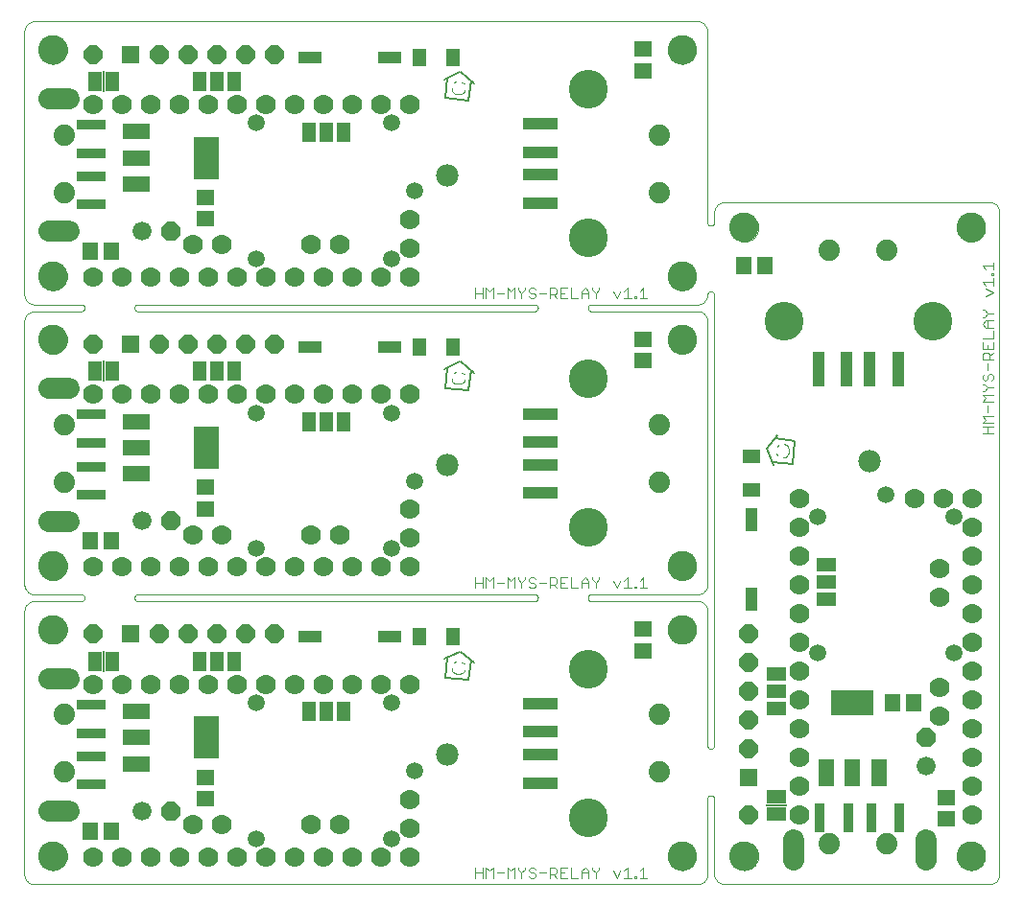
<source format=gts>
G75*
%MOIN*%
%OFA0B0*%
%FSLAX24Y24*%
%IPPOS*%
%LPD*%
%AMOC8*
5,1,8,0,0,1.08239X$1,22.5*
%
%ADD10C,0.0000*%
%ADD11C,0.0030*%
%ADD12C,0.1024*%
%ADD13OC8,0.0660*%
%ADD14C,0.0660*%
%ADD15R,0.0631X0.0552*%
%ADD16R,0.0552X0.0631*%
%ADD17R,0.0800X0.0420*%
%ADD18R,0.0920X0.0520*%
%ADD19R,0.0906X0.1457*%
%ADD20R,0.1221X0.0394*%
%ADD21C,0.1350*%
%ADD22R,0.0512X0.0591*%
%ADD23C,0.0780*%
%ADD24C,0.0594*%
%ADD25C,0.0700*%
%ADD26C,0.0745*%
%ADD27OC8,0.0640*%
%ADD28R,0.0640X0.0640*%
%ADD29R,0.1024X0.0355*%
%ADD30C,0.0740*%
%ADD31C,0.0355*%
%ADD32R,0.0500X0.0670*%
%ADD33R,0.0060X0.0720*%
%ADD34C,0.0059*%
%ADD35C,0.0039*%
%ADD36R,0.0420X0.0800*%
%ADD37R,0.0520X0.0920*%
%ADD38R,0.1457X0.0906*%
%ADD39R,0.0394X0.1221*%
%ADD40R,0.0591X0.0512*%
%ADD41R,0.0355X0.1024*%
%ADD42R,0.0670X0.0500*%
%ADD43R,0.0720X0.0060*%
D10*
X006274Y005880D02*
X029286Y005880D01*
X029285Y005879D02*
X029322Y005885D01*
X029358Y005895D01*
X029393Y005909D01*
X029426Y005926D01*
X029458Y005946D01*
X029486Y005970D01*
X029513Y005997D01*
X029536Y006026D01*
X029556Y006057D01*
X029573Y006091D01*
X029586Y006126D01*
X029596Y006162D01*
X029601Y006199D01*
X029603Y006236D01*
X029601Y006273D01*
X029601Y006274D02*
X029601Y008853D01*
X029603Y008873D01*
X029608Y008893D01*
X029617Y008912D01*
X029629Y008929D01*
X029643Y008943D01*
X029660Y008955D01*
X029679Y008964D01*
X029699Y008969D01*
X029719Y008971D01*
X029739Y008969D01*
X029759Y008964D01*
X029778Y008955D01*
X029795Y008943D01*
X029809Y008929D01*
X029821Y008912D01*
X029830Y008893D01*
X029835Y008873D01*
X029837Y008853D01*
X029837Y006195D01*
X029846Y006158D01*
X029858Y006122D01*
X029874Y006087D01*
X029893Y006053D01*
X029915Y006022D01*
X029940Y005993D01*
X029968Y005967D01*
X029998Y005944D01*
X030031Y005924D01*
X030065Y005907D01*
X030101Y005893D01*
X030138Y005883D01*
X030176Y005877D01*
X030214Y005874D01*
X030252Y005875D01*
X030290Y005880D01*
X039423Y005880D01*
X039423Y005879D02*
X039460Y005885D01*
X039496Y005895D01*
X039531Y005909D01*
X039564Y005926D01*
X039596Y005946D01*
X039624Y005970D01*
X039651Y005997D01*
X039674Y006026D01*
X039694Y006057D01*
X039711Y006091D01*
X039724Y006126D01*
X039734Y006162D01*
X039739Y006199D01*
X039741Y006236D01*
X039739Y006273D01*
X039738Y006274D02*
X039738Y029286D01*
X039739Y029285D02*
X039733Y029322D01*
X039723Y029358D01*
X039709Y029393D01*
X039692Y029426D01*
X039672Y029458D01*
X039648Y029486D01*
X039621Y029513D01*
X039592Y029536D01*
X039561Y029556D01*
X039527Y029573D01*
X039492Y029586D01*
X039456Y029596D01*
X039419Y029601D01*
X039382Y029603D01*
X039345Y029601D01*
X030211Y029601D01*
X030174Y029598D01*
X030136Y029592D01*
X030100Y029581D01*
X030065Y029568D01*
X030031Y029551D01*
X030000Y029531D01*
X029970Y029507D01*
X029943Y029481D01*
X029918Y029453D01*
X029896Y029422D01*
X029878Y029389D01*
X029863Y029355D01*
X029851Y029319D01*
X029843Y029282D01*
X029838Y029245D01*
X029837Y029207D01*
X029837Y028892D01*
X029835Y028872D01*
X029830Y028852D01*
X029821Y028833D01*
X029809Y028816D01*
X029795Y028802D01*
X029778Y028790D01*
X029759Y028781D01*
X029739Y028776D01*
X029719Y028774D01*
X029699Y028776D01*
X029679Y028781D01*
X029660Y028790D01*
X029643Y028802D01*
X029629Y028816D01*
X029617Y028833D01*
X029608Y028852D01*
X029603Y028872D01*
X029601Y028892D01*
X029601Y035565D01*
X029595Y035602D01*
X029585Y035638D01*
X029571Y035673D01*
X029554Y035706D01*
X029534Y035738D01*
X029510Y035766D01*
X029483Y035793D01*
X029454Y035816D01*
X029423Y035836D01*
X029389Y035853D01*
X029354Y035866D01*
X029318Y035876D01*
X029281Y035881D01*
X029244Y035883D01*
X029207Y035881D01*
X029207Y035880D02*
X006195Y035880D01*
X006195Y035881D02*
X006158Y035875D01*
X006122Y035865D01*
X006087Y035851D01*
X006054Y035834D01*
X006022Y035814D01*
X005994Y035790D01*
X005967Y035763D01*
X005944Y035734D01*
X005924Y035703D01*
X005907Y035669D01*
X005894Y035634D01*
X005884Y035598D01*
X005879Y035561D01*
X005877Y035524D01*
X005879Y035487D01*
X005880Y035486D02*
X005880Y026353D01*
X005879Y026353D02*
X005885Y026318D01*
X005894Y026284D01*
X005906Y026251D01*
X005921Y026220D01*
X005940Y026190D01*
X005961Y026162D01*
X005985Y026136D01*
X006011Y026113D01*
X006039Y026093D01*
X006070Y026075D01*
X006102Y026060D01*
X006135Y026049D01*
X006169Y026041D01*
X006203Y026036D01*
X006238Y026035D01*
X006273Y026037D01*
X006274Y026038D02*
X007849Y026038D01*
X007869Y026036D01*
X007889Y026031D01*
X007908Y026022D01*
X007925Y026010D01*
X007939Y025996D01*
X007951Y025979D01*
X007960Y025960D01*
X007965Y025940D01*
X007967Y025920D01*
X007965Y025900D01*
X007960Y025880D01*
X007951Y025861D01*
X007939Y025844D01*
X007925Y025830D01*
X007908Y025818D01*
X007889Y025809D01*
X007869Y025804D01*
X007849Y025802D01*
X007849Y025801D02*
X006195Y025801D01*
X006195Y025802D02*
X006158Y025796D01*
X006122Y025786D01*
X006087Y025772D01*
X006054Y025755D01*
X006022Y025735D01*
X005994Y025711D01*
X005967Y025684D01*
X005944Y025655D01*
X005924Y025624D01*
X005907Y025590D01*
X005894Y025555D01*
X005884Y025519D01*
X005879Y025482D01*
X005877Y025445D01*
X005879Y025408D01*
X005880Y025408D02*
X005880Y016274D01*
X005879Y016274D02*
X005885Y016239D01*
X005894Y016205D01*
X005906Y016172D01*
X005921Y016141D01*
X005940Y016111D01*
X005961Y016083D01*
X005985Y016057D01*
X006011Y016034D01*
X006039Y016014D01*
X006070Y015996D01*
X006102Y015981D01*
X006135Y015970D01*
X006169Y015962D01*
X006203Y015957D01*
X006238Y015956D01*
X006273Y015958D01*
X006274Y015959D02*
X007849Y015959D01*
X007869Y015957D01*
X007889Y015952D01*
X007908Y015943D01*
X007925Y015931D01*
X007939Y015917D01*
X007951Y015900D01*
X007960Y015881D01*
X007965Y015861D01*
X007967Y015841D01*
X007965Y015821D01*
X007960Y015801D01*
X007951Y015782D01*
X007939Y015765D01*
X007925Y015751D01*
X007908Y015739D01*
X007889Y015730D01*
X007869Y015725D01*
X007849Y015723D01*
X006195Y015723D01*
X006158Y015717D01*
X006122Y015707D01*
X006087Y015693D01*
X006054Y015676D01*
X006022Y015656D01*
X005994Y015632D01*
X005967Y015605D01*
X005944Y015576D01*
X005924Y015545D01*
X005907Y015511D01*
X005894Y015476D01*
X005884Y015440D01*
X005879Y015403D01*
X005877Y015366D01*
X005879Y015329D01*
X005880Y015329D02*
X005880Y006195D01*
X005879Y006195D02*
X005885Y006160D01*
X005894Y006126D01*
X005906Y006093D01*
X005921Y006062D01*
X005940Y006032D01*
X005961Y006004D01*
X005985Y005978D01*
X006011Y005955D01*
X006039Y005935D01*
X006070Y005917D01*
X006102Y005902D01*
X006135Y005891D01*
X006169Y005883D01*
X006203Y005878D01*
X006238Y005877D01*
X006273Y005879D01*
X006372Y006864D02*
X006374Y006908D01*
X006380Y006952D01*
X006390Y006995D01*
X006403Y007037D01*
X006421Y007077D01*
X006442Y007116D01*
X006466Y007153D01*
X006493Y007188D01*
X006524Y007220D01*
X006557Y007249D01*
X006593Y007275D01*
X006631Y007297D01*
X006671Y007316D01*
X006712Y007332D01*
X006755Y007344D01*
X006798Y007352D01*
X006842Y007356D01*
X006886Y007356D01*
X006930Y007352D01*
X006973Y007344D01*
X007016Y007332D01*
X007057Y007316D01*
X007097Y007297D01*
X007135Y007275D01*
X007171Y007249D01*
X007204Y007220D01*
X007235Y007188D01*
X007262Y007153D01*
X007286Y007116D01*
X007307Y007077D01*
X007325Y007037D01*
X007338Y006995D01*
X007348Y006952D01*
X007354Y006908D01*
X007356Y006864D01*
X007354Y006820D01*
X007348Y006776D01*
X007338Y006733D01*
X007325Y006691D01*
X007307Y006651D01*
X007286Y006612D01*
X007262Y006575D01*
X007235Y006540D01*
X007204Y006508D01*
X007171Y006479D01*
X007135Y006453D01*
X007097Y006431D01*
X007057Y006412D01*
X007016Y006396D01*
X006973Y006384D01*
X006930Y006376D01*
X006886Y006372D01*
X006842Y006372D01*
X006798Y006376D01*
X006755Y006384D01*
X006712Y006396D01*
X006671Y006412D01*
X006631Y006431D01*
X006593Y006453D01*
X006557Y006479D01*
X006524Y006508D01*
X006493Y006540D01*
X006466Y006575D01*
X006442Y006612D01*
X006421Y006651D01*
X006403Y006691D01*
X006390Y006733D01*
X006380Y006776D01*
X006374Y006820D01*
X006372Y006864D01*
X006609Y008427D02*
X006611Y008452D01*
X006617Y008476D01*
X006626Y008498D01*
X006639Y008519D01*
X006655Y008538D01*
X006674Y008554D01*
X006695Y008567D01*
X006717Y008576D01*
X006741Y008582D01*
X006766Y008584D01*
X006791Y008582D01*
X006815Y008576D01*
X006837Y008567D01*
X006858Y008554D01*
X006877Y008538D01*
X006893Y008519D01*
X006906Y008498D01*
X006915Y008476D01*
X006921Y008452D01*
X006923Y008427D01*
X006921Y008402D01*
X006915Y008378D01*
X006906Y008356D01*
X006893Y008335D01*
X006877Y008316D01*
X006858Y008300D01*
X006837Y008287D01*
X006815Y008278D01*
X006791Y008272D01*
X006766Y008270D01*
X006741Y008272D01*
X006717Y008278D01*
X006695Y008287D01*
X006674Y008300D01*
X006655Y008316D01*
X006639Y008335D01*
X006626Y008356D01*
X006617Y008378D01*
X006611Y008402D01*
X006609Y008427D01*
X006766Y008427D02*
X006768Y008452D01*
X006774Y008476D01*
X006783Y008498D01*
X006796Y008519D01*
X006812Y008538D01*
X006831Y008554D01*
X006852Y008567D01*
X006874Y008576D01*
X006898Y008582D01*
X006923Y008584D01*
X006948Y008582D01*
X006972Y008576D01*
X006994Y008567D01*
X007015Y008554D01*
X007034Y008538D01*
X007050Y008519D01*
X007063Y008498D01*
X007072Y008476D01*
X007078Y008452D01*
X007080Y008427D01*
X007078Y008402D01*
X007072Y008378D01*
X007063Y008356D01*
X007050Y008335D01*
X007034Y008316D01*
X007015Y008300D01*
X006994Y008287D01*
X006972Y008278D01*
X006948Y008272D01*
X006923Y008270D01*
X006898Y008272D01*
X006874Y008278D01*
X006852Y008287D01*
X006831Y008300D01*
X006812Y008316D01*
X006796Y008335D01*
X006783Y008356D01*
X006774Y008378D01*
X006768Y008402D01*
X006766Y008427D01*
X007081Y008427D02*
X007083Y008452D01*
X007089Y008476D01*
X007098Y008498D01*
X007111Y008519D01*
X007127Y008538D01*
X007146Y008554D01*
X007167Y008567D01*
X007189Y008576D01*
X007213Y008582D01*
X007238Y008584D01*
X007263Y008582D01*
X007287Y008576D01*
X007309Y008567D01*
X007330Y008554D01*
X007349Y008538D01*
X007365Y008519D01*
X007378Y008498D01*
X007387Y008476D01*
X007393Y008452D01*
X007395Y008427D01*
X007393Y008402D01*
X007387Y008378D01*
X007378Y008356D01*
X007365Y008335D01*
X007349Y008316D01*
X007330Y008300D01*
X007309Y008287D01*
X007287Y008278D01*
X007263Y008272D01*
X007238Y008270D01*
X007213Y008272D01*
X007189Y008278D01*
X007167Y008287D01*
X007146Y008300D01*
X007127Y008316D01*
X007111Y008335D01*
X007098Y008356D01*
X007089Y008378D01*
X007083Y008402D01*
X007081Y008427D01*
X007239Y008427D02*
X007241Y008452D01*
X007247Y008476D01*
X007256Y008498D01*
X007269Y008519D01*
X007285Y008538D01*
X007304Y008554D01*
X007325Y008567D01*
X007347Y008576D01*
X007371Y008582D01*
X007396Y008584D01*
X007421Y008582D01*
X007445Y008576D01*
X007467Y008567D01*
X007488Y008554D01*
X007507Y008538D01*
X007523Y008519D01*
X007536Y008498D01*
X007545Y008476D01*
X007551Y008452D01*
X007553Y008427D01*
X007551Y008402D01*
X007545Y008378D01*
X007536Y008356D01*
X007523Y008335D01*
X007507Y008316D01*
X007488Y008300D01*
X007467Y008287D01*
X007445Y008278D01*
X007421Y008272D01*
X007396Y008270D01*
X007371Y008272D01*
X007347Y008278D01*
X007325Y008287D01*
X007304Y008300D01*
X007285Y008316D01*
X007269Y008335D01*
X007256Y008356D01*
X007247Y008378D01*
X007241Y008402D01*
X007239Y008427D01*
X007081Y013033D02*
X007083Y013058D01*
X007089Y013082D01*
X007098Y013104D01*
X007111Y013125D01*
X007127Y013144D01*
X007146Y013160D01*
X007167Y013173D01*
X007189Y013182D01*
X007213Y013188D01*
X007238Y013190D01*
X007263Y013188D01*
X007287Y013182D01*
X007309Y013173D01*
X007330Y013160D01*
X007349Y013144D01*
X007365Y013125D01*
X007378Y013104D01*
X007387Y013082D01*
X007393Y013058D01*
X007395Y013033D01*
X007393Y013008D01*
X007387Y012984D01*
X007378Y012962D01*
X007365Y012941D01*
X007349Y012922D01*
X007330Y012906D01*
X007309Y012893D01*
X007287Y012884D01*
X007263Y012878D01*
X007238Y012876D01*
X007213Y012878D01*
X007189Y012884D01*
X007167Y012893D01*
X007146Y012906D01*
X007127Y012922D01*
X007111Y012941D01*
X007098Y012962D01*
X007089Y012984D01*
X007083Y013008D01*
X007081Y013033D01*
X006766Y013033D02*
X006768Y013058D01*
X006774Y013082D01*
X006783Y013104D01*
X006796Y013125D01*
X006812Y013144D01*
X006831Y013160D01*
X006852Y013173D01*
X006874Y013182D01*
X006898Y013188D01*
X006923Y013190D01*
X006948Y013188D01*
X006972Y013182D01*
X006994Y013173D01*
X007015Y013160D01*
X007034Y013144D01*
X007050Y013125D01*
X007063Y013104D01*
X007072Y013082D01*
X007078Y013058D01*
X007080Y013033D01*
X007078Y013008D01*
X007072Y012984D01*
X007063Y012962D01*
X007050Y012941D01*
X007034Y012922D01*
X007015Y012906D01*
X006994Y012893D01*
X006972Y012884D01*
X006948Y012878D01*
X006923Y012876D01*
X006898Y012878D01*
X006874Y012884D01*
X006852Y012893D01*
X006831Y012906D01*
X006812Y012922D01*
X006796Y012941D01*
X006783Y012962D01*
X006774Y012984D01*
X006768Y013008D01*
X006766Y013033D01*
X006609Y013033D02*
X006611Y013058D01*
X006617Y013082D01*
X006626Y013104D01*
X006639Y013125D01*
X006655Y013144D01*
X006674Y013160D01*
X006695Y013173D01*
X006717Y013182D01*
X006741Y013188D01*
X006766Y013190D01*
X006791Y013188D01*
X006815Y013182D01*
X006837Y013173D01*
X006858Y013160D01*
X006877Y013144D01*
X006893Y013125D01*
X006906Y013104D01*
X006915Y013082D01*
X006921Y013058D01*
X006923Y013033D01*
X006921Y013008D01*
X006915Y012984D01*
X006906Y012962D01*
X006893Y012941D01*
X006877Y012922D01*
X006858Y012906D01*
X006837Y012893D01*
X006815Y012884D01*
X006791Y012878D01*
X006766Y012876D01*
X006741Y012878D01*
X006717Y012884D01*
X006695Y012893D01*
X006674Y012906D01*
X006655Y012922D01*
X006639Y012941D01*
X006626Y012962D01*
X006617Y012984D01*
X006611Y013008D01*
X006609Y013033D01*
X007239Y013033D02*
X007241Y013058D01*
X007247Y013082D01*
X007256Y013104D01*
X007269Y013125D01*
X007285Y013144D01*
X007304Y013160D01*
X007325Y013173D01*
X007347Y013182D01*
X007371Y013188D01*
X007396Y013190D01*
X007421Y013188D01*
X007445Y013182D01*
X007467Y013173D01*
X007488Y013160D01*
X007507Y013144D01*
X007523Y013125D01*
X007536Y013104D01*
X007545Y013082D01*
X007551Y013058D01*
X007553Y013033D01*
X007551Y013008D01*
X007545Y012984D01*
X007536Y012962D01*
X007523Y012941D01*
X007507Y012922D01*
X007488Y012906D01*
X007467Y012893D01*
X007445Y012884D01*
X007421Y012878D01*
X007396Y012876D01*
X007371Y012878D01*
X007347Y012884D01*
X007325Y012893D01*
X007304Y012906D01*
X007285Y012922D01*
X007269Y012941D01*
X007256Y012962D01*
X007247Y012984D01*
X007241Y013008D01*
X007239Y013033D01*
X006372Y014738D02*
X006374Y014782D01*
X006380Y014826D01*
X006390Y014869D01*
X006403Y014911D01*
X006421Y014951D01*
X006442Y014990D01*
X006466Y015027D01*
X006493Y015062D01*
X006524Y015094D01*
X006557Y015123D01*
X006593Y015149D01*
X006631Y015171D01*
X006671Y015190D01*
X006712Y015206D01*
X006755Y015218D01*
X006798Y015226D01*
X006842Y015230D01*
X006886Y015230D01*
X006930Y015226D01*
X006973Y015218D01*
X007016Y015206D01*
X007057Y015190D01*
X007097Y015171D01*
X007135Y015149D01*
X007171Y015123D01*
X007204Y015094D01*
X007235Y015062D01*
X007262Y015027D01*
X007286Y014990D01*
X007307Y014951D01*
X007325Y014911D01*
X007338Y014869D01*
X007348Y014826D01*
X007354Y014782D01*
X007356Y014738D01*
X007354Y014694D01*
X007348Y014650D01*
X007338Y014607D01*
X007325Y014565D01*
X007307Y014525D01*
X007286Y014486D01*
X007262Y014449D01*
X007235Y014414D01*
X007204Y014382D01*
X007171Y014353D01*
X007135Y014327D01*
X007097Y014305D01*
X007057Y014286D01*
X007016Y014270D01*
X006973Y014258D01*
X006930Y014250D01*
X006886Y014246D01*
X006842Y014246D01*
X006798Y014250D01*
X006755Y014258D01*
X006712Y014270D01*
X006671Y014286D01*
X006631Y014305D01*
X006593Y014327D01*
X006557Y014353D01*
X006524Y014382D01*
X006493Y014414D01*
X006466Y014449D01*
X006442Y014486D01*
X006421Y014525D01*
X006403Y014565D01*
X006390Y014607D01*
X006380Y014650D01*
X006374Y014694D01*
X006372Y014738D01*
X006372Y016943D02*
X006374Y016987D01*
X006380Y017031D01*
X006390Y017074D01*
X006403Y017116D01*
X006421Y017156D01*
X006442Y017195D01*
X006466Y017232D01*
X006493Y017267D01*
X006524Y017299D01*
X006557Y017328D01*
X006593Y017354D01*
X006631Y017376D01*
X006671Y017395D01*
X006712Y017411D01*
X006755Y017423D01*
X006798Y017431D01*
X006842Y017435D01*
X006886Y017435D01*
X006930Y017431D01*
X006973Y017423D01*
X007016Y017411D01*
X007057Y017395D01*
X007097Y017376D01*
X007135Y017354D01*
X007171Y017328D01*
X007204Y017299D01*
X007235Y017267D01*
X007262Y017232D01*
X007286Y017195D01*
X007307Y017156D01*
X007325Y017116D01*
X007338Y017074D01*
X007348Y017031D01*
X007354Y016987D01*
X007356Y016943D01*
X007354Y016899D01*
X007348Y016855D01*
X007338Y016812D01*
X007325Y016770D01*
X007307Y016730D01*
X007286Y016691D01*
X007262Y016654D01*
X007235Y016619D01*
X007204Y016587D01*
X007171Y016558D01*
X007135Y016532D01*
X007097Y016510D01*
X007057Y016491D01*
X007016Y016475D01*
X006973Y016463D01*
X006930Y016455D01*
X006886Y016451D01*
X006842Y016451D01*
X006798Y016455D01*
X006755Y016463D01*
X006712Y016475D01*
X006671Y016491D01*
X006631Y016510D01*
X006593Y016532D01*
X006557Y016558D01*
X006524Y016587D01*
X006493Y016619D01*
X006466Y016654D01*
X006442Y016691D01*
X006421Y016730D01*
X006403Y016770D01*
X006390Y016812D01*
X006380Y016855D01*
X006374Y016899D01*
X006372Y016943D01*
X006609Y018506D02*
X006611Y018531D01*
X006617Y018555D01*
X006626Y018577D01*
X006639Y018598D01*
X006655Y018617D01*
X006674Y018633D01*
X006695Y018646D01*
X006717Y018655D01*
X006741Y018661D01*
X006766Y018663D01*
X006791Y018661D01*
X006815Y018655D01*
X006837Y018646D01*
X006858Y018633D01*
X006877Y018617D01*
X006893Y018598D01*
X006906Y018577D01*
X006915Y018555D01*
X006921Y018531D01*
X006923Y018506D01*
X006921Y018481D01*
X006915Y018457D01*
X006906Y018435D01*
X006893Y018414D01*
X006877Y018395D01*
X006858Y018379D01*
X006837Y018366D01*
X006815Y018357D01*
X006791Y018351D01*
X006766Y018349D01*
X006741Y018351D01*
X006717Y018357D01*
X006695Y018366D01*
X006674Y018379D01*
X006655Y018395D01*
X006639Y018414D01*
X006626Y018435D01*
X006617Y018457D01*
X006611Y018481D01*
X006609Y018506D01*
X006766Y018506D02*
X006768Y018531D01*
X006774Y018555D01*
X006783Y018577D01*
X006796Y018598D01*
X006812Y018617D01*
X006831Y018633D01*
X006852Y018646D01*
X006874Y018655D01*
X006898Y018661D01*
X006923Y018663D01*
X006948Y018661D01*
X006972Y018655D01*
X006994Y018646D01*
X007015Y018633D01*
X007034Y018617D01*
X007050Y018598D01*
X007063Y018577D01*
X007072Y018555D01*
X007078Y018531D01*
X007080Y018506D01*
X007078Y018481D01*
X007072Y018457D01*
X007063Y018435D01*
X007050Y018414D01*
X007034Y018395D01*
X007015Y018379D01*
X006994Y018366D01*
X006972Y018357D01*
X006948Y018351D01*
X006923Y018349D01*
X006898Y018351D01*
X006874Y018357D01*
X006852Y018366D01*
X006831Y018379D01*
X006812Y018395D01*
X006796Y018414D01*
X006783Y018435D01*
X006774Y018457D01*
X006768Y018481D01*
X006766Y018506D01*
X007081Y018506D02*
X007083Y018531D01*
X007089Y018555D01*
X007098Y018577D01*
X007111Y018598D01*
X007127Y018617D01*
X007146Y018633D01*
X007167Y018646D01*
X007189Y018655D01*
X007213Y018661D01*
X007238Y018663D01*
X007263Y018661D01*
X007287Y018655D01*
X007309Y018646D01*
X007330Y018633D01*
X007349Y018617D01*
X007365Y018598D01*
X007378Y018577D01*
X007387Y018555D01*
X007393Y018531D01*
X007395Y018506D01*
X007393Y018481D01*
X007387Y018457D01*
X007378Y018435D01*
X007365Y018414D01*
X007349Y018395D01*
X007330Y018379D01*
X007309Y018366D01*
X007287Y018357D01*
X007263Y018351D01*
X007238Y018349D01*
X007213Y018351D01*
X007189Y018357D01*
X007167Y018366D01*
X007146Y018379D01*
X007127Y018395D01*
X007111Y018414D01*
X007098Y018435D01*
X007089Y018457D01*
X007083Y018481D01*
X007081Y018506D01*
X007239Y018506D02*
X007241Y018531D01*
X007247Y018555D01*
X007256Y018577D01*
X007269Y018598D01*
X007285Y018617D01*
X007304Y018633D01*
X007325Y018646D01*
X007347Y018655D01*
X007371Y018661D01*
X007396Y018663D01*
X007421Y018661D01*
X007445Y018655D01*
X007467Y018646D01*
X007488Y018633D01*
X007507Y018617D01*
X007523Y018598D01*
X007536Y018577D01*
X007545Y018555D01*
X007551Y018531D01*
X007553Y018506D01*
X007551Y018481D01*
X007545Y018457D01*
X007536Y018435D01*
X007523Y018414D01*
X007507Y018395D01*
X007488Y018379D01*
X007467Y018366D01*
X007445Y018357D01*
X007421Y018351D01*
X007396Y018349D01*
X007371Y018351D01*
X007347Y018357D01*
X007325Y018366D01*
X007304Y018379D01*
X007285Y018395D01*
X007269Y018414D01*
X007256Y018435D01*
X007247Y018457D01*
X007241Y018481D01*
X007239Y018506D01*
X009817Y015959D02*
X023597Y015959D01*
X023617Y015957D01*
X023637Y015952D01*
X023656Y015943D01*
X023673Y015931D01*
X023687Y015917D01*
X023699Y015900D01*
X023708Y015881D01*
X023713Y015861D01*
X023715Y015841D01*
X023713Y015821D01*
X023708Y015801D01*
X023699Y015782D01*
X023687Y015765D01*
X023673Y015751D01*
X023656Y015739D01*
X023637Y015730D01*
X023617Y015725D01*
X023597Y015723D01*
X009817Y015723D01*
X009797Y015725D01*
X009777Y015730D01*
X009758Y015739D01*
X009741Y015751D01*
X009727Y015765D01*
X009715Y015782D01*
X009706Y015801D01*
X009701Y015821D01*
X009699Y015841D01*
X009701Y015861D01*
X009706Y015881D01*
X009715Y015900D01*
X009727Y015917D01*
X009741Y015931D01*
X009758Y015943D01*
X009777Y015952D01*
X009797Y015957D01*
X009817Y015959D01*
X007239Y023112D02*
X007241Y023137D01*
X007247Y023161D01*
X007256Y023183D01*
X007269Y023204D01*
X007285Y023223D01*
X007304Y023239D01*
X007325Y023252D01*
X007347Y023261D01*
X007371Y023267D01*
X007396Y023269D01*
X007421Y023267D01*
X007445Y023261D01*
X007467Y023252D01*
X007488Y023239D01*
X007507Y023223D01*
X007523Y023204D01*
X007536Y023183D01*
X007545Y023161D01*
X007551Y023137D01*
X007553Y023112D01*
X007551Y023087D01*
X007545Y023063D01*
X007536Y023041D01*
X007523Y023020D01*
X007507Y023001D01*
X007488Y022985D01*
X007467Y022972D01*
X007445Y022963D01*
X007421Y022957D01*
X007396Y022955D01*
X007371Y022957D01*
X007347Y022963D01*
X007325Y022972D01*
X007304Y022985D01*
X007285Y023001D01*
X007269Y023020D01*
X007256Y023041D01*
X007247Y023063D01*
X007241Y023087D01*
X007239Y023112D01*
X007081Y023112D02*
X007083Y023137D01*
X007089Y023161D01*
X007098Y023183D01*
X007111Y023204D01*
X007127Y023223D01*
X007146Y023239D01*
X007167Y023252D01*
X007189Y023261D01*
X007213Y023267D01*
X007238Y023269D01*
X007263Y023267D01*
X007287Y023261D01*
X007309Y023252D01*
X007330Y023239D01*
X007349Y023223D01*
X007365Y023204D01*
X007378Y023183D01*
X007387Y023161D01*
X007393Y023137D01*
X007395Y023112D01*
X007393Y023087D01*
X007387Y023063D01*
X007378Y023041D01*
X007365Y023020D01*
X007349Y023001D01*
X007330Y022985D01*
X007309Y022972D01*
X007287Y022963D01*
X007263Y022957D01*
X007238Y022955D01*
X007213Y022957D01*
X007189Y022963D01*
X007167Y022972D01*
X007146Y022985D01*
X007127Y023001D01*
X007111Y023020D01*
X007098Y023041D01*
X007089Y023063D01*
X007083Y023087D01*
X007081Y023112D01*
X006766Y023112D02*
X006768Y023137D01*
X006774Y023161D01*
X006783Y023183D01*
X006796Y023204D01*
X006812Y023223D01*
X006831Y023239D01*
X006852Y023252D01*
X006874Y023261D01*
X006898Y023267D01*
X006923Y023269D01*
X006948Y023267D01*
X006972Y023261D01*
X006994Y023252D01*
X007015Y023239D01*
X007034Y023223D01*
X007050Y023204D01*
X007063Y023183D01*
X007072Y023161D01*
X007078Y023137D01*
X007080Y023112D01*
X007078Y023087D01*
X007072Y023063D01*
X007063Y023041D01*
X007050Y023020D01*
X007034Y023001D01*
X007015Y022985D01*
X006994Y022972D01*
X006972Y022963D01*
X006948Y022957D01*
X006923Y022955D01*
X006898Y022957D01*
X006874Y022963D01*
X006852Y022972D01*
X006831Y022985D01*
X006812Y023001D01*
X006796Y023020D01*
X006783Y023041D01*
X006774Y023063D01*
X006768Y023087D01*
X006766Y023112D01*
X006609Y023112D02*
X006611Y023137D01*
X006617Y023161D01*
X006626Y023183D01*
X006639Y023204D01*
X006655Y023223D01*
X006674Y023239D01*
X006695Y023252D01*
X006717Y023261D01*
X006741Y023267D01*
X006766Y023269D01*
X006791Y023267D01*
X006815Y023261D01*
X006837Y023252D01*
X006858Y023239D01*
X006877Y023223D01*
X006893Y023204D01*
X006906Y023183D01*
X006915Y023161D01*
X006921Y023137D01*
X006923Y023112D01*
X006921Y023087D01*
X006915Y023063D01*
X006906Y023041D01*
X006893Y023020D01*
X006877Y023001D01*
X006858Y022985D01*
X006837Y022972D01*
X006815Y022963D01*
X006791Y022957D01*
X006766Y022955D01*
X006741Y022957D01*
X006717Y022963D01*
X006695Y022972D01*
X006674Y022985D01*
X006655Y023001D01*
X006639Y023020D01*
X006626Y023041D01*
X006617Y023063D01*
X006611Y023087D01*
X006609Y023112D01*
X006372Y024817D02*
X006374Y024861D01*
X006380Y024905D01*
X006390Y024948D01*
X006403Y024990D01*
X006421Y025030D01*
X006442Y025069D01*
X006466Y025106D01*
X006493Y025141D01*
X006524Y025173D01*
X006557Y025202D01*
X006593Y025228D01*
X006631Y025250D01*
X006671Y025269D01*
X006712Y025285D01*
X006755Y025297D01*
X006798Y025305D01*
X006842Y025309D01*
X006886Y025309D01*
X006930Y025305D01*
X006973Y025297D01*
X007016Y025285D01*
X007057Y025269D01*
X007097Y025250D01*
X007135Y025228D01*
X007171Y025202D01*
X007204Y025173D01*
X007235Y025141D01*
X007262Y025106D01*
X007286Y025069D01*
X007307Y025030D01*
X007325Y024990D01*
X007338Y024948D01*
X007348Y024905D01*
X007354Y024861D01*
X007356Y024817D01*
X007354Y024773D01*
X007348Y024729D01*
X007338Y024686D01*
X007325Y024644D01*
X007307Y024604D01*
X007286Y024565D01*
X007262Y024528D01*
X007235Y024493D01*
X007204Y024461D01*
X007171Y024432D01*
X007135Y024406D01*
X007097Y024384D01*
X007057Y024365D01*
X007016Y024349D01*
X006973Y024337D01*
X006930Y024329D01*
X006886Y024325D01*
X006842Y024325D01*
X006798Y024329D01*
X006755Y024337D01*
X006712Y024349D01*
X006671Y024365D01*
X006631Y024384D01*
X006593Y024406D01*
X006557Y024432D01*
X006524Y024461D01*
X006493Y024493D01*
X006466Y024528D01*
X006442Y024565D01*
X006421Y024604D01*
X006403Y024644D01*
X006390Y024686D01*
X006380Y024729D01*
X006374Y024773D01*
X006372Y024817D01*
X006372Y027022D02*
X006374Y027066D01*
X006380Y027110D01*
X006390Y027153D01*
X006403Y027195D01*
X006421Y027235D01*
X006442Y027274D01*
X006466Y027311D01*
X006493Y027346D01*
X006524Y027378D01*
X006557Y027407D01*
X006593Y027433D01*
X006631Y027455D01*
X006671Y027474D01*
X006712Y027490D01*
X006755Y027502D01*
X006798Y027510D01*
X006842Y027514D01*
X006886Y027514D01*
X006930Y027510D01*
X006973Y027502D01*
X007016Y027490D01*
X007057Y027474D01*
X007097Y027455D01*
X007135Y027433D01*
X007171Y027407D01*
X007204Y027378D01*
X007235Y027346D01*
X007262Y027311D01*
X007286Y027274D01*
X007307Y027235D01*
X007325Y027195D01*
X007338Y027153D01*
X007348Y027110D01*
X007354Y027066D01*
X007356Y027022D01*
X007354Y026978D01*
X007348Y026934D01*
X007338Y026891D01*
X007325Y026849D01*
X007307Y026809D01*
X007286Y026770D01*
X007262Y026733D01*
X007235Y026698D01*
X007204Y026666D01*
X007171Y026637D01*
X007135Y026611D01*
X007097Y026589D01*
X007057Y026570D01*
X007016Y026554D01*
X006973Y026542D01*
X006930Y026534D01*
X006886Y026530D01*
X006842Y026530D01*
X006798Y026534D01*
X006755Y026542D01*
X006712Y026554D01*
X006671Y026570D01*
X006631Y026589D01*
X006593Y026611D01*
X006557Y026637D01*
X006524Y026666D01*
X006493Y026698D01*
X006466Y026733D01*
X006442Y026770D01*
X006421Y026809D01*
X006403Y026849D01*
X006390Y026891D01*
X006380Y026934D01*
X006374Y026978D01*
X006372Y027022D01*
X006609Y028584D02*
X006611Y028609D01*
X006617Y028633D01*
X006626Y028655D01*
X006639Y028676D01*
X006655Y028695D01*
X006674Y028711D01*
X006695Y028724D01*
X006717Y028733D01*
X006741Y028739D01*
X006766Y028741D01*
X006791Y028739D01*
X006815Y028733D01*
X006837Y028724D01*
X006858Y028711D01*
X006877Y028695D01*
X006893Y028676D01*
X006906Y028655D01*
X006915Y028633D01*
X006921Y028609D01*
X006923Y028584D01*
X006921Y028559D01*
X006915Y028535D01*
X006906Y028513D01*
X006893Y028492D01*
X006877Y028473D01*
X006858Y028457D01*
X006837Y028444D01*
X006815Y028435D01*
X006791Y028429D01*
X006766Y028427D01*
X006741Y028429D01*
X006717Y028435D01*
X006695Y028444D01*
X006674Y028457D01*
X006655Y028473D01*
X006639Y028492D01*
X006626Y028513D01*
X006617Y028535D01*
X006611Y028559D01*
X006609Y028584D01*
X006766Y028584D02*
X006768Y028609D01*
X006774Y028633D01*
X006783Y028655D01*
X006796Y028676D01*
X006812Y028695D01*
X006831Y028711D01*
X006852Y028724D01*
X006874Y028733D01*
X006898Y028739D01*
X006923Y028741D01*
X006948Y028739D01*
X006972Y028733D01*
X006994Y028724D01*
X007015Y028711D01*
X007034Y028695D01*
X007050Y028676D01*
X007063Y028655D01*
X007072Y028633D01*
X007078Y028609D01*
X007080Y028584D01*
X007078Y028559D01*
X007072Y028535D01*
X007063Y028513D01*
X007050Y028492D01*
X007034Y028473D01*
X007015Y028457D01*
X006994Y028444D01*
X006972Y028435D01*
X006948Y028429D01*
X006923Y028427D01*
X006898Y028429D01*
X006874Y028435D01*
X006852Y028444D01*
X006831Y028457D01*
X006812Y028473D01*
X006796Y028492D01*
X006783Y028513D01*
X006774Y028535D01*
X006768Y028559D01*
X006766Y028584D01*
X007081Y028584D02*
X007083Y028609D01*
X007089Y028633D01*
X007098Y028655D01*
X007111Y028676D01*
X007127Y028695D01*
X007146Y028711D01*
X007167Y028724D01*
X007189Y028733D01*
X007213Y028739D01*
X007238Y028741D01*
X007263Y028739D01*
X007287Y028733D01*
X007309Y028724D01*
X007330Y028711D01*
X007349Y028695D01*
X007365Y028676D01*
X007378Y028655D01*
X007387Y028633D01*
X007393Y028609D01*
X007395Y028584D01*
X007393Y028559D01*
X007387Y028535D01*
X007378Y028513D01*
X007365Y028492D01*
X007349Y028473D01*
X007330Y028457D01*
X007309Y028444D01*
X007287Y028435D01*
X007263Y028429D01*
X007238Y028427D01*
X007213Y028429D01*
X007189Y028435D01*
X007167Y028444D01*
X007146Y028457D01*
X007127Y028473D01*
X007111Y028492D01*
X007098Y028513D01*
X007089Y028535D01*
X007083Y028559D01*
X007081Y028584D01*
X007239Y028584D02*
X007241Y028609D01*
X007247Y028633D01*
X007256Y028655D01*
X007269Y028676D01*
X007285Y028695D01*
X007304Y028711D01*
X007325Y028724D01*
X007347Y028733D01*
X007371Y028739D01*
X007396Y028741D01*
X007421Y028739D01*
X007445Y028733D01*
X007467Y028724D01*
X007488Y028711D01*
X007507Y028695D01*
X007523Y028676D01*
X007536Y028655D01*
X007545Y028633D01*
X007551Y028609D01*
X007553Y028584D01*
X007551Y028559D01*
X007545Y028535D01*
X007536Y028513D01*
X007523Y028492D01*
X007507Y028473D01*
X007488Y028457D01*
X007467Y028444D01*
X007445Y028435D01*
X007421Y028429D01*
X007396Y028427D01*
X007371Y028429D01*
X007347Y028435D01*
X007325Y028444D01*
X007304Y028457D01*
X007285Y028473D01*
X007269Y028492D01*
X007256Y028513D01*
X007247Y028535D01*
X007241Y028559D01*
X007239Y028584D01*
X009817Y026038D02*
X023597Y026038D01*
X023617Y026036D01*
X023637Y026031D01*
X023656Y026022D01*
X023673Y026010D01*
X023687Y025996D01*
X023699Y025979D01*
X023708Y025960D01*
X023713Y025940D01*
X023715Y025920D01*
X023713Y025900D01*
X023708Y025880D01*
X023699Y025861D01*
X023687Y025844D01*
X023673Y025830D01*
X023656Y025818D01*
X023637Y025809D01*
X023617Y025804D01*
X023597Y025802D01*
X023597Y025801D02*
X009817Y025801D01*
X009817Y025802D02*
X009797Y025804D01*
X009777Y025809D01*
X009758Y025818D01*
X009741Y025830D01*
X009727Y025844D01*
X009715Y025861D01*
X009706Y025880D01*
X009701Y025900D01*
X009699Y025920D01*
X009701Y025940D01*
X009706Y025960D01*
X009715Y025979D01*
X009727Y025996D01*
X009741Y026010D01*
X009758Y026022D01*
X009777Y026031D01*
X009797Y026036D01*
X009817Y026038D01*
X007239Y033191D02*
X007241Y033216D01*
X007247Y033240D01*
X007256Y033262D01*
X007269Y033283D01*
X007285Y033302D01*
X007304Y033318D01*
X007325Y033331D01*
X007347Y033340D01*
X007371Y033346D01*
X007396Y033348D01*
X007421Y033346D01*
X007445Y033340D01*
X007467Y033331D01*
X007488Y033318D01*
X007507Y033302D01*
X007523Y033283D01*
X007536Y033262D01*
X007545Y033240D01*
X007551Y033216D01*
X007553Y033191D01*
X007551Y033166D01*
X007545Y033142D01*
X007536Y033120D01*
X007523Y033099D01*
X007507Y033080D01*
X007488Y033064D01*
X007467Y033051D01*
X007445Y033042D01*
X007421Y033036D01*
X007396Y033034D01*
X007371Y033036D01*
X007347Y033042D01*
X007325Y033051D01*
X007304Y033064D01*
X007285Y033080D01*
X007269Y033099D01*
X007256Y033120D01*
X007247Y033142D01*
X007241Y033166D01*
X007239Y033191D01*
X007081Y033191D02*
X007083Y033216D01*
X007089Y033240D01*
X007098Y033262D01*
X007111Y033283D01*
X007127Y033302D01*
X007146Y033318D01*
X007167Y033331D01*
X007189Y033340D01*
X007213Y033346D01*
X007238Y033348D01*
X007263Y033346D01*
X007287Y033340D01*
X007309Y033331D01*
X007330Y033318D01*
X007349Y033302D01*
X007365Y033283D01*
X007378Y033262D01*
X007387Y033240D01*
X007393Y033216D01*
X007395Y033191D01*
X007393Y033166D01*
X007387Y033142D01*
X007378Y033120D01*
X007365Y033099D01*
X007349Y033080D01*
X007330Y033064D01*
X007309Y033051D01*
X007287Y033042D01*
X007263Y033036D01*
X007238Y033034D01*
X007213Y033036D01*
X007189Y033042D01*
X007167Y033051D01*
X007146Y033064D01*
X007127Y033080D01*
X007111Y033099D01*
X007098Y033120D01*
X007089Y033142D01*
X007083Y033166D01*
X007081Y033191D01*
X006766Y033191D02*
X006768Y033216D01*
X006774Y033240D01*
X006783Y033262D01*
X006796Y033283D01*
X006812Y033302D01*
X006831Y033318D01*
X006852Y033331D01*
X006874Y033340D01*
X006898Y033346D01*
X006923Y033348D01*
X006948Y033346D01*
X006972Y033340D01*
X006994Y033331D01*
X007015Y033318D01*
X007034Y033302D01*
X007050Y033283D01*
X007063Y033262D01*
X007072Y033240D01*
X007078Y033216D01*
X007080Y033191D01*
X007078Y033166D01*
X007072Y033142D01*
X007063Y033120D01*
X007050Y033099D01*
X007034Y033080D01*
X007015Y033064D01*
X006994Y033051D01*
X006972Y033042D01*
X006948Y033036D01*
X006923Y033034D01*
X006898Y033036D01*
X006874Y033042D01*
X006852Y033051D01*
X006831Y033064D01*
X006812Y033080D01*
X006796Y033099D01*
X006783Y033120D01*
X006774Y033142D01*
X006768Y033166D01*
X006766Y033191D01*
X006609Y033191D02*
X006611Y033216D01*
X006617Y033240D01*
X006626Y033262D01*
X006639Y033283D01*
X006655Y033302D01*
X006674Y033318D01*
X006695Y033331D01*
X006717Y033340D01*
X006741Y033346D01*
X006766Y033348D01*
X006791Y033346D01*
X006815Y033340D01*
X006837Y033331D01*
X006858Y033318D01*
X006877Y033302D01*
X006893Y033283D01*
X006906Y033262D01*
X006915Y033240D01*
X006921Y033216D01*
X006923Y033191D01*
X006921Y033166D01*
X006915Y033142D01*
X006906Y033120D01*
X006893Y033099D01*
X006877Y033080D01*
X006858Y033064D01*
X006837Y033051D01*
X006815Y033042D01*
X006791Y033036D01*
X006766Y033034D01*
X006741Y033036D01*
X006717Y033042D01*
X006695Y033051D01*
X006674Y033064D01*
X006655Y033080D01*
X006639Y033099D01*
X006626Y033120D01*
X006617Y033142D01*
X006611Y033166D01*
X006609Y033191D01*
X006372Y034896D02*
X006374Y034940D01*
X006380Y034984D01*
X006390Y035027D01*
X006403Y035069D01*
X006421Y035109D01*
X006442Y035148D01*
X006466Y035185D01*
X006493Y035220D01*
X006524Y035252D01*
X006557Y035281D01*
X006593Y035307D01*
X006631Y035329D01*
X006671Y035348D01*
X006712Y035364D01*
X006755Y035376D01*
X006798Y035384D01*
X006842Y035388D01*
X006886Y035388D01*
X006930Y035384D01*
X006973Y035376D01*
X007016Y035364D01*
X007057Y035348D01*
X007097Y035329D01*
X007135Y035307D01*
X007171Y035281D01*
X007204Y035252D01*
X007235Y035220D01*
X007262Y035185D01*
X007286Y035148D01*
X007307Y035109D01*
X007325Y035069D01*
X007338Y035027D01*
X007348Y034984D01*
X007354Y034940D01*
X007356Y034896D01*
X007354Y034852D01*
X007348Y034808D01*
X007338Y034765D01*
X007325Y034723D01*
X007307Y034683D01*
X007286Y034644D01*
X007262Y034607D01*
X007235Y034572D01*
X007204Y034540D01*
X007171Y034511D01*
X007135Y034485D01*
X007097Y034463D01*
X007057Y034444D01*
X007016Y034428D01*
X006973Y034416D01*
X006930Y034408D01*
X006886Y034404D01*
X006842Y034404D01*
X006798Y034408D01*
X006755Y034416D01*
X006712Y034428D01*
X006671Y034444D01*
X006631Y034463D01*
X006593Y034485D01*
X006557Y034511D01*
X006524Y034540D01*
X006493Y034572D01*
X006466Y034607D01*
X006442Y034644D01*
X006421Y034683D01*
X006403Y034723D01*
X006390Y034765D01*
X006380Y034808D01*
X006374Y034852D01*
X006372Y034896D01*
X025565Y026038D02*
X029286Y026038D01*
X029207Y025801D02*
X025565Y025801D01*
X025565Y025802D02*
X025545Y025804D01*
X025525Y025809D01*
X025506Y025818D01*
X025489Y025830D01*
X025475Y025844D01*
X025463Y025861D01*
X025454Y025880D01*
X025449Y025900D01*
X025447Y025920D01*
X025449Y025940D01*
X025454Y025960D01*
X025463Y025979D01*
X025475Y025996D01*
X025489Y026010D01*
X025506Y026022D01*
X025525Y026031D01*
X025545Y026036D01*
X025565Y026038D01*
X028223Y027022D02*
X028225Y027066D01*
X028231Y027110D01*
X028241Y027153D01*
X028254Y027195D01*
X028272Y027235D01*
X028293Y027274D01*
X028317Y027311D01*
X028344Y027346D01*
X028375Y027378D01*
X028408Y027407D01*
X028444Y027433D01*
X028482Y027455D01*
X028522Y027474D01*
X028563Y027490D01*
X028606Y027502D01*
X028649Y027510D01*
X028693Y027514D01*
X028737Y027514D01*
X028781Y027510D01*
X028824Y027502D01*
X028867Y027490D01*
X028908Y027474D01*
X028948Y027455D01*
X028986Y027433D01*
X029022Y027407D01*
X029055Y027378D01*
X029086Y027346D01*
X029113Y027311D01*
X029137Y027274D01*
X029158Y027235D01*
X029176Y027195D01*
X029189Y027153D01*
X029199Y027110D01*
X029205Y027066D01*
X029207Y027022D01*
X029205Y026978D01*
X029199Y026934D01*
X029189Y026891D01*
X029176Y026849D01*
X029158Y026809D01*
X029137Y026770D01*
X029113Y026733D01*
X029086Y026698D01*
X029055Y026666D01*
X029022Y026637D01*
X028986Y026611D01*
X028948Y026589D01*
X028908Y026570D01*
X028867Y026554D01*
X028824Y026542D01*
X028781Y026534D01*
X028737Y026530D01*
X028693Y026530D01*
X028649Y026534D01*
X028606Y026542D01*
X028563Y026554D01*
X028522Y026570D01*
X028482Y026589D01*
X028444Y026611D01*
X028408Y026637D01*
X028375Y026666D01*
X028344Y026698D01*
X028317Y026733D01*
X028293Y026770D01*
X028272Y026809D01*
X028254Y026849D01*
X028241Y026891D01*
X028231Y026934D01*
X028225Y026978D01*
X028223Y027022D01*
X029285Y026037D02*
X029322Y026043D01*
X029358Y026053D01*
X029393Y026067D01*
X029426Y026084D01*
X029458Y026104D01*
X029486Y026128D01*
X029513Y026155D01*
X029536Y026184D01*
X029556Y026215D01*
X029573Y026249D01*
X029586Y026284D01*
X029596Y026320D01*
X029601Y026357D01*
X029603Y026394D01*
X029601Y026431D01*
X029601Y026372D02*
X029603Y026392D01*
X029608Y026412D01*
X029617Y026431D01*
X029629Y026448D01*
X029643Y026462D01*
X029660Y026474D01*
X029679Y026483D01*
X029699Y026488D01*
X029719Y026490D01*
X029739Y026488D01*
X029759Y026483D01*
X029778Y026474D01*
X029795Y026462D01*
X029809Y026448D01*
X029821Y026431D01*
X029830Y026412D01*
X029835Y026392D01*
X029837Y026372D01*
X029837Y010703D01*
X029835Y010683D01*
X029830Y010663D01*
X029821Y010644D01*
X029809Y010627D01*
X029795Y010613D01*
X029778Y010601D01*
X029759Y010592D01*
X029739Y010587D01*
X029719Y010585D01*
X029699Y010587D01*
X029679Y010592D01*
X029660Y010601D01*
X029643Y010613D01*
X029629Y010627D01*
X029617Y010644D01*
X029608Y010663D01*
X029603Y010683D01*
X029601Y010703D01*
X029601Y015408D01*
X029601Y015407D02*
X029595Y015444D01*
X029585Y015480D01*
X029571Y015515D01*
X029554Y015548D01*
X029534Y015580D01*
X029510Y015608D01*
X029483Y015635D01*
X029454Y015658D01*
X029423Y015678D01*
X029389Y015695D01*
X029354Y015708D01*
X029318Y015718D01*
X029281Y015723D01*
X029244Y015725D01*
X029207Y015723D01*
X025565Y015723D01*
X025545Y015725D01*
X025525Y015730D01*
X025506Y015739D01*
X025489Y015751D01*
X025475Y015765D01*
X025463Y015782D01*
X025454Y015801D01*
X025449Y015821D01*
X025447Y015841D01*
X025449Y015861D01*
X025454Y015881D01*
X025463Y015900D01*
X025475Y015917D01*
X025489Y015931D01*
X025506Y015943D01*
X025525Y015952D01*
X025545Y015957D01*
X025565Y015959D01*
X029286Y015959D01*
X029285Y015958D02*
X029322Y015964D01*
X029358Y015974D01*
X029393Y015988D01*
X029426Y016005D01*
X029458Y016025D01*
X029486Y016049D01*
X029513Y016076D01*
X029536Y016105D01*
X029556Y016136D01*
X029573Y016170D01*
X029586Y016205D01*
X029596Y016241D01*
X029601Y016278D01*
X029603Y016315D01*
X029601Y016352D01*
X029601Y016353D02*
X029601Y025486D01*
X029595Y025523D01*
X029585Y025559D01*
X029571Y025594D01*
X029554Y025627D01*
X029534Y025659D01*
X029510Y025687D01*
X029483Y025714D01*
X029454Y025737D01*
X029423Y025757D01*
X029389Y025774D01*
X029354Y025787D01*
X029318Y025797D01*
X029281Y025802D01*
X029244Y025804D01*
X029207Y025802D01*
X028223Y024817D02*
X028225Y024861D01*
X028231Y024905D01*
X028241Y024948D01*
X028254Y024990D01*
X028272Y025030D01*
X028293Y025069D01*
X028317Y025106D01*
X028344Y025141D01*
X028375Y025173D01*
X028408Y025202D01*
X028444Y025228D01*
X028482Y025250D01*
X028522Y025269D01*
X028563Y025285D01*
X028606Y025297D01*
X028649Y025305D01*
X028693Y025309D01*
X028737Y025309D01*
X028781Y025305D01*
X028824Y025297D01*
X028867Y025285D01*
X028908Y025269D01*
X028948Y025250D01*
X028986Y025228D01*
X029022Y025202D01*
X029055Y025173D01*
X029086Y025141D01*
X029113Y025106D01*
X029137Y025069D01*
X029158Y025030D01*
X029176Y024990D01*
X029189Y024948D01*
X029199Y024905D01*
X029205Y024861D01*
X029207Y024817D01*
X029205Y024773D01*
X029199Y024729D01*
X029189Y024686D01*
X029176Y024644D01*
X029158Y024604D01*
X029137Y024565D01*
X029113Y024528D01*
X029086Y024493D01*
X029055Y024461D01*
X029022Y024432D01*
X028986Y024406D01*
X028948Y024384D01*
X028908Y024365D01*
X028867Y024349D01*
X028824Y024337D01*
X028781Y024329D01*
X028737Y024325D01*
X028693Y024325D01*
X028649Y024329D01*
X028606Y024337D01*
X028563Y024349D01*
X028522Y024365D01*
X028482Y024384D01*
X028444Y024406D01*
X028408Y024432D01*
X028375Y024461D01*
X028344Y024493D01*
X028317Y024528D01*
X028293Y024565D01*
X028272Y024604D01*
X028254Y024644D01*
X028241Y024686D01*
X028231Y024729D01*
X028225Y024773D01*
X028223Y024817D01*
X030388Y028715D02*
X030390Y028759D01*
X030396Y028803D01*
X030406Y028846D01*
X030419Y028888D01*
X030437Y028928D01*
X030458Y028967D01*
X030482Y029004D01*
X030509Y029039D01*
X030540Y029071D01*
X030573Y029100D01*
X030609Y029126D01*
X030647Y029148D01*
X030687Y029167D01*
X030728Y029183D01*
X030771Y029195D01*
X030814Y029203D01*
X030858Y029207D01*
X030902Y029207D01*
X030946Y029203D01*
X030989Y029195D01*
X031032Y029183D01*
X031073Y029167D01*
X031113Y029148D01*
X031151Y029126D01*
X031187Y029100D01*
X031220Y029071D01*
X031251Y029039D01*
X031278Y029004D01*
X031302Y028967D01*
X031323Y028928D01*
X031341Y028888D01*
X031354Y028846D01*
X031364Y028803D01*
X031370Y028759D01*
X031372Y028715D01*
X031370Y028671D01*
X031364Y028627D01*
X031354Y028584D01*
X031341Y028542D01*
X031323Y028502D01*
X031302Y028463D01*
X031278Y028426D01*
X031251Y028391D01*
X031220Y028359D01*
X031187Y028330D01*
X031151Y028304D01*
X031113Y028282D01*
X031073Y028263D01*
X031032Y028247D01*
X030989Y028235D01*
X030946Y028227D01*
X030902Y028223D01*
X030858Y028223D01*
X030814Y028227D01*
X030771Y028235D01*
X030728Y028247D01*
X030687Y028263D01*
X030647Y028282D01*
X030609Y028304D01*
X030573Y028330D01*
X030540Y028359D01*
X030509Y028391D01*
X030482Y028426D01*
X030458Y028463D01*
X030437Y028502D01*
X030419Y028542D01*
X030406Y028584D01*
X030396Y028627D01*
X030390Y028671D01*
X030388Y028715D01*
X028223Y034896D02*
X028225Y034940D01*
X028231Y034984D01*
X028241Y035027D01*
X028254Y035069D01*
X028272Y035109D01*
X028293Y035148D01*
X028317Y035185D01*
X028344Y035220D01*
X028375Y035252D01*
X028408Y035281D01*
X028444Y035307D01*
X028482Y035329D01*
X028522Y035348D01*
X028563Y035364D01*
X028606Y035376D01*
X028649Y035384D01*
X028693Y035388D01*
X028737Y035388D01*
X028781Y035384D01*
X028824Y035376D01*
X028867Y035364D01*
X028908Y035348D01*
X028948Y035329D01*
X028986Y035307D01*
X029022Y035281D01*
X029055Y035252D01*
X029086Y035220D01*
X029113Y035185D01*
X029137Y035148D01*
X029158Y035109D01*
X029176Y035069D01*
X029189Y035027D01*
X029199Y034984D01*
X029205Y034940D01*
X029207Y034896D01*
X029205Y034852D01*
X029199Y034808D01*
X029189Y034765D01*
X029176Y034723D01*
X029158Y034683D01*
X029137Y034644D01*
X029113Y034607D01*
X029086Y034572D01*
X029055Y034540D01*
X029022Y034511D01*
X028986Y034485D01*
X028948Y034463D01*
X028908Y034444D01*
X028867Y034428D01*
X028824Y034416D01*
X028781Y034408D01*
X028737Y034404D01*
X028693Y034404D01*
X028649Y034408D01*
X028606Y034416D01*
X028563Y034428D01*
X028522Y034444D01*
X028482Y034463D01*
X028444Y034485D01*
X028408Y034511D01*
X028375Y034540D01*
X028344Y034572D01*
X028317Y034607D01*
X028293Y034644D01*
X028272Y034683D01*
X028254Y034723D01*
X028241Y034765D01*
X028231Y034808D01*
X028225Y034852D01*
X028223Y034896D01*
X038262Y028715D02*
X038264Y028759D01*
X038270Y028803D01*
X038280Y028846D01*
X038293Y028888D01*
X038311Y028928D01*
X038332Y028967D01*
X038356Y029004D01*
X038383Y029039D01*
X038414Y029071D01*
X038447Y029100D01*
X038483Y029126D01*
X038521Y029148D01*
X038561Y029167D01*
X038602Y029183D01*
X038645Y029195D01*
X038688Y029203D01*
X038732Y029207D01*
X038776Y029207D01*
X038820Y029203D01*
X038863Y029195D01*
X038906Y029183D01*
X038947Y029167D01*
X038987Y029148D01*
X039025Y029126D01*
X039061Y029100D01*
X039094Y029071D01*
X039125Y029039D01*
X039152Y029004D01*
X039176Y028967D01*
X039197Y028928D01*
X039215Y028888D01*
X039228Y028846D01*
X039238Y028803D01*
X039244Y028759D01*
X039246Y028715D01*
X039244Y028671D01*
X039238Y028627D01*
X039228Y028584D01*
X039215Y028542D01*
X039197Y028502D01*
X039176Y028463D01*
X039152Y028426D01*
X039125Y028391D01*
X039094Y028359D01*
X039061Y028330D01*
X039025Y028304D01*
X038987Y028282D01*
X038947Y028263D01*
X038906Y028247D01*
X038863Y028235D01*
X038820Y028227D01*
X038776Y028223D01*
X038732Y028223D01*
X038688Y028227D01*
X038645Y028235D01*
X038602Y028247D01*
X038561Y028263D01*
X038521Y028282D01*
X038483Y028304D01*
X038447Y028330D01*
X038414Y028359D01*
X038383Y028391D01*
X038356Y028426D01*
X038332Y028463D01*
X038311Y028502D01*
X038293Y028542D01*
X038280Y028584D01*
X038270Y028627D01*
X038264Y028671D01*
X038262Y028715D01*
X028223Y016943D02*
X028225Y016987D01*
X028231Y017031D01*
X028241Y017074D01*
X028254Y017116D01*
X028272Y017156D01*
X028293Y017195D01*
X028317Y017232D01*
X028344Y017267D01*
X028375Y017299D01*
X028408Y017328D01*
X028444Y017354D01*
X028482Y017376D01*
X028522Y017395D01*
X028563Y017411D01*
X028606Y017423D01*
X028649Y017431D01*
X028693Y017435D01*
X028737Y017435D01*
X028781Y017431D01*
X028824Y017423D01*
X028867Y017411D01*
X028908Y017395D01*
X028948Y017376D01*
X028986Y017354D01*
X029022Y017328D01*
X029055Y017299D01*
X029086Y017267D01*
X029113Y017232D01*
X029137Y017195D01*
X029158Y017156D01*
X029176Y017116D01*
X029189Y017074D01*
X029199Y017031D01*
X029205Y016987D01*
X029207Y016943D01*
X029205Y016899D01*
X029199Y016855D01*
X029189Y016812D01*
X029176Y016770D01*
X029158Y016730D01*
X029137Y016691D01*
X029113Y016654D01*
X029086Y016619D01*
X029055Y016587D01*
X029022Y016558D01*
X028986Y016532D01*
X028948Y016510D01*
X028908Y016491D01*
X028867Y016475D01*
X028824Y016463D01*
X028781Y016455D01*
X028737Y016451D01*
X028693Y016451D01*
X028649Y016455D01*
X028606Y016463D01*
X028563Y016475D01*
X028522Y016491D01*
X028482Y016510D01*
X028444Y016532D01*
X028408Y016558D01*
X028375Y016587D01*
X028344Y016619D01*
X028317Y016654D01*
X028293Y016691D01*
X028272Y016730D01*
X028254Y016770D01*
X028241Y016812D01*
X028231Y016855D01*
X028225Y016899D01*
X028223Y016943D01*
X028223Y014738D02*
X028225Y014782D01*
X028231Y014826D01*
X028241Y014869D01*
X028254Y014911D01*
X028272Y014951D01*
X028293Y014990D01*
X028317Y015027D01*
X028344Y015062D01*
X028375Y015094D01*
X028408Y015123D01*
X028444Y015149D01*
X028482Y015171D01*
X028522Y015190D01*
X028563Y015206D01*
X028606Y015218D01*
X028649Y015226D01*
X028693Y015230D01*
X028737Y015230D01*
X028781Y015226D01*
X028824Y015218D01*
X028867Y015206D01*
X028908Y015190D01*
X028948Y015171D01*
X028986Y015149D01*
X029022Y015123D01*
X029055Y015094D01*
X029086Y015062D01*
X029113Y015027D01*
X029137Y014990D01*
X029158Y014951D01*
X029176Y014911D01*
X029189Y014869D01*
X029199Y014826D01*
X029205Y014782D01*
X029207Y014738D01*
X029205Y014694D01*
X029199Y014650D01*
X029189Y014607D01*
X029176Y014565D01*
X029158Y014525D01*
X029137Y014486D01*
X029113Y014449D01*
X029086Y014414D01*
X029055Y014382D01*
X029022Y014353D01*
X028986Y014327D01*
X028948Y014305D01*
X028908Y014286D01*
X028867Y014270D01*
X028824Y014258D01*
X028781Y014250D01*
X028737Y014246D01*
X028693Y014246D01*
X028649Y014250D01*
X028606Y014258D01*
X028563Y014270D01*
X028522Y014286D01*
X028482Y014305D01*
X028444Y014327D01*
X028408Y014353D01*
X028375Y014382D01*
X028344Y014414D01*
X028317Y014449D01*
X028293Y014486D01*
X028272Y014525D01*
X028254Y014565D01*
X028241Y014607D01*
X028231Y014650D01*
X028225Y014694D01*
X028223Y014738D01*
X032428Y007396D02*
X032430Y007421D01*
X032436Y007445D01*
X032445Y007467D01*
X032458Y007488D01*
X032474Y007507D01*
X032493Y007523D01*
X032514Y007536D01*
X032536Y007545D01*
X032560Y007551D01*
X032585Y007553D01*
X032610Y007551D01*
X032634Y007545D01*
X032656Y007536D01*
X032677Y007523D01*
X032696Y007507D01*
X032712Y007488D01*
X032725Y007467D01*
X032734Y007445D01*
X032740Y007421D01*
X032742Y007396D01*
X032740Y007371D01*
X032734Y007347D01*
X032725Y007325D01*
X032712Y007304D01*
X032696Y007285D01*
X032677Y007269D01*
X032656Y007256D01*
X032634Y007247D01*
X032610Y007241D01*
X032585Y007239D01*
X032560Y007241D01*
X032536Y007247D01*
X032514Y007256D01*
X032493Y007269D01*
X032474Y007285D01*
X032458Y007304D01*
X032445Y007325D01*
X032436Y007347D01*
X032430Y007371D01*
X032428Y007396D01*
X032428Y007238D02*
X032430Y007263D01*
X032436Y007287D01*
X032445Y007309D01*
X032458Y007330D01*
X032474Y007349D01*
X032493Y007365D01*
X032514Y007378D01*
X032536Y007387D01*
X032560Y007393D01*
X032585Y007395D01*
X032610Y007393D01*
X032634Y007387D01*
X032656Y007378D01*
X032677Y007365D01*
X032696Y007349D01*
X032712Y007330D01*
X032725Y007309D01*
X032734Y007287D01*
X032740Y007263D01*
X032742Y007238D01*
X032740Y007213D01*
X032734Y007189D01*
X032725Y007167D01*
X032712Y007146D01*
X032696Y007127D01*
X032677Y007111D01*
X032656Y007098D01*
X032634Y007089D01*
X032610Y007083D01*
X032585Y007081D01*
X032560Y007083D01*
X032536Y007089D01*
X032514Y007098D01*
X032493Y007111D01*
X032474Y007127D01*
X032458Y007146D01*
X032445Y007167D01*
X032436Y007189D01*
X032430Y007213D01*
X032428Y007238D01*
X032428Y006923D02*
X032430Y006948D01*
X032436Y006972D01*
X032445Y006994D01*
X032458Y007015D01*
X032474Y007034D01*
X032493Y007050D01*
X032514Y007063D01*
X032536Y007072D01*
X032560Y007078D01*
X032585Y007080D01*
X032610Y007078D01*
X032634Y007072D01*
X032656Y007063D01*
X032677Y007050D01*
X032696Y007034D01*
X032712Y007015D01*
X032725Y006994D01*
X032734Y006972D01*
X032740Y006948D01*
X032742Y006923D01*
X032740Y006898D01*
X032734Y006874D01*
X032725Y006852D01*
X032712Y006831D01*
X032696Y006812D01*
X032677Y006796D01*
X032656Y006783D01*
X032634Y006774D01*
X032610Y006768D01*
X032585Y006766D01*
X032560Y006768D01*
X032536Y006774D01*
X032514Y006783D01*
X032493Y006796D01*
X032474Y006812D01*
X032458Y006831D01*
X032445Y006852D01*
X032436Y006874D01*
X032430Y006898D01*
X032428Y006923D01*
X032428Y006766D02*
X032430Y006791D01*
X032436Y006815D01*
X032445Y006837D01*
X032458Y006858D01*
X032474Y006877D01*
X032493Y006893D01*
X032514Y006906D01*
X032536Y006915D01*
X032560Y006921D01*
X032585Y006923D01*
X032610Y006921D01*
X032634Y006915D01*
X032656Y006906D01*
X032677Y006893D01*
X032696Y006877D01*
X032712Y006858D01*
X032725Y006837D01*
X032734Y006815D01*
X032740Y006791D01*
X032742Y006766D01*
X032740Y006741D01*
X032734Y006717D01*
X032725Y006695D01*
X032712Y006674D01*
X032696Y006655D01*
X032677Y006639D01*
X032656Y006626D01*
X032634Y006617D01*
X032610Y006611D01*
X032585Y006609D01*
X032560Y006611D01*
X032536Y006617D01*
X032514Y006626D01*
X032493Y006639D01*
X032474Y006655D01*
X032458Y006674D01*
X032445Y006695D01*
X032436Y006717D01*
X032430Y006741D01*
X032428Y006766D01*
X030388Y006864D02*
X030390Y006908D01*
X030396Y006952D01*
X030406Y006995D01*
X030419Y007037D01*
X030437Y007077D01*
X030458Y007116D01*
X030482Y007153D01*
X030509Y007188D01*
X030540Y007220D01*
X030573Y007249D01*
X030609Y007275D01*
X030647Y007297D01*
X030687Y007316D01*
X030728Y007332D01*
X030771Y007344D01*
X030814Y007352D01*
X030858Y007356D01*
X030902Y007356D01*
X030946Y007352D01*
X030989Y007344D01*
X031032Y007332D01*
X031073Y007316D01*
X031113Y007297D01*
X031151Y007275D01*
X031187Y007249D01*
X031220Y007220D01*
X031251Y007188D01*
X031278Y007153D01*
X031302Y007116D01*
X031323Y007077D01*
X031341Y007037D01*
X031354Y006995D01*
X031364Y006952D01*
X031370Y006908D01*
X031372Y006864D01*
X031370Y006820D01*
X031364Y006776D01*
X031354Y006733D01*
X031341Y006691D01*
X031323Y006651D01*
X031302Y006612D01*
X031278Y006575D01*
X031251Y006540D01*
X031220Y006508D01*
X031187Y006479D01*
X031151Y006453D01*
X031113Y006431D01*
X031073Y006412D01*
X031032Y006396D01*
X030989Y006384D01*
X030946Y006376D01*
X030902Y006372D01*
X030858Y006372D01*
X030814Y006376D01*
X030771Y006384D01*
X030728Y006396D01*
X030687Y006412D01*
X030647Y006431D01*
X030609Y006453D01*
X030573Y006479D01*
X030540Y006508D01*
X030509Y006540D01*
X030482Y006575D01*
X030458Y006612D01*
X030437Y006651D01*
X030419Y006691D01*
X030406Y006733D01*
X030396Y006776D01*
X030390Y006820D01*
X030388Y006864D01*
X028223Y006864D02*
X028225Y006908D01*
X028231Y006952D01*
X028241Y006995D01*
X028254Y007037D01*
X028272Y007077D01*
X028293Y007116D01*
X028317Y007153D01*
X028344Y007188D01*
X028375Y007220D01*
X028408Y007249D01*
X028444Y007275D01*
X028482Y007297D01*
X028522Y007316D01*
X028563Y007332D01*
X028606Y007344D01*
X028649Y007352D01*
X028693Y007356D01*
X028737Y007356D01*
X028781Y007352D01*
X028824Y007344D01*
X028867Y007332D01*
X028908Y007316D01*
X028948Y007297D01*
X028986Y007275D01*
X029022Y007249D01*
X029055Y007220D01*
X029086Y007188D01*
X029113Y007153D01*
X029137Y007116D01*
X029158Y007077D01*
X029176Y007037D01*
X029189Y006995D01*
X029199Y006952D01*
X029205Y006908D01*
X029207Y006864D01*
X029205Y006820D01*
X029199Y006776D01*
X029189Y006733D01*
X029176Y006691D01*
X029158Y006651D01*
X029137Y006612D01*
X029113Y006575D01*
X029086Y006540D01*
X029055Y006508D01*
X029022Y006479D01*
X028986Y006453D01*
X028948Y006431D01*
X028908Y006412D01*
X028867Y006396D01*
X028824Y006384D01*
X028781Y006376D01*
X028737Y006372D01*
X028693Y006372D01*
X028649Y006376D01*
X028606Y006384D01*
X028563Y006396D01*
X028522Y006412D01*
X028482Y006431D01*
X028444Y006453D01*
X028408Y006479D01*
X028375Y006508D01*
X028344Y006540D01*
X028317Y006575D01*
X028293Y006612D01*
X028272Y006651D01*
X028254Y006691D01*
X028241Y006733D01*
X028231Y006776D01*
X028225Y006820D01*
X028223Y006864D01*
X037035Y006923D02*
X037037Y006948D01*
X037043Y006972D01*
X037052Y006994D01*
X037065Y007015D01*
X037081Y007034D01*
X037100Y007050D01*
X037121Y007063D01*
X037143Y007072D01*
X037167Y007078D01*
X037192Y007080D01*
X037217Y007078D01*
X037241Y007072D01*
X037263Y007063D01*
X037284Y007050D01*
X037303Y007034D01*
X037319Y007015D01*
X037332Y006994D01*
X037341Y006972D01*
X037347Y006948D01*
X037349Y006923D01*
X037347Y006898D01*
X037341Y006874D01*
X037332Y006852D01*
X037319Y006831D01*
X037303Y006812D01*
X037284Y006796D01*
X037263Y006783D01*
X037241Y006774D01*
X037217Y006768D01*
X037192Y006766D01*
X037167Y006768D01*
X037143Y006774D01*
X037121Y006783D01*
X037100Y006796D01*
X037081Y006812D01*
X037065Y006831D01*
X037052Y006852D01*
X037043Y006874D01*
X037037Y006898D01*
X037035Y006923D01*
X037035Y006766D02*
X037037Y006791D01*
X037043Y006815D01*
X037052Y006837D01*
X037065Y006858D01*
X037081Y006877D01*
X037100Y006893D01*
X037121Y006906D01*
X037143Y006915D01*
X037167Y006921D01*
X037192Y006923D01*
X037217Y006921D01*
X037241Y006915D01*
X037263Y006906D01*
X037284Y006893D01*
X037303Y006877D01*
X037319Y006858D01*
X037332Y006837D01*
X037341Y006815D01*
X037347Y006791D01*
X037349Y006766D01*
X037347Y006741D01*
X037341Y006717D01*
X037332Y006695D01*
X037319Y006674D01*
X037303Y006655D01*
X037284Y006639D01*
X037263Y006626D01*
X037241Y006617D01*
X037217Y006611D01*
X037192Y006609D01*
X037167Y006611D01*
X037143Y006617D01*
X037121Y006626D01*
X037100Y006639D01*
X037081Y006655D01*
X037065Y006674D01*
X037052Y006695D01*
X037043Y006717D01*
X037037Y006741D01*
X037035Y006766D01*
X037035Y007238D02*
X037037Y007263D01*
X037043Y007287D01*
X037052Y007309D01*
X037065Y007330D01*
X037081Y007349D01*
X037100Y007365D01*
X037121Y007378D01*
X037143Y007387D01*
X037167Y007393D01*
X037192Y007395D01*
X037217Y007393D01*
X037241Y007387D01*
X037263Y007378D01*
X037284Y007365D01*
X037303Y007349D01*
X037319Y007330D01*
X037332Y007309D01*
X037341Y007287D01*
X037347Y007263D01*
X037349Y007238D01*
X037347Y007213D01*
X037341Y007189D01*
X037332Y007167D01*
X037319Y007146D01*
X037303Y007127D01*
X037284Y007111D01*
X037263Y007098D01*
X037241Y007089D01*
X037217Y007083D01*
X037192Y007081D01*
X037167Y007083D01*
X037143Y007089D01*
X037121Y007098D01*
X037100Y007111D01*
X037081Y007127D01*
X037065Y007146D01*
X037052Y007167D01*
X037043Y007189D01*
X037037Y007213D01*
X037035Y007238D01*
X037035Y007396D02*
X037037Y007421D01*
X037043Y007445D01*
X037052Y007467D01*
X037065Y007488D01*
X037081Y007507D01*
X037100Y007523D01*
X037121Y007536D01*
X037143Y007545D01*
X037167Y007551D01*
X037192Y007553D01*
X037217Y007551D01*
X037241Y007545D01*
X037263Y007536D01*
X037284Y007523D01*
X037303Y007507D01*
X037319Y007488D01*
X037332Y007467D01*
X037341Y007445D01*
X037347Y007421D01*
X037349Y007396D01*
X037347Y007371D01*
X037341Y007347D01*
X037332Y007325D01*
X037319Y007304D01*
X037303Y007285D01*
X037284Y007269D01*
X037263Y007256D01*
X037241Y007247D01*
X037217Y007241D01*
X037192Y007239D01*
X037167Y007241D01*
X037143Y007247D01*
X037121Y007256D01*
X037100Y007269D01*
X037081Y007285D01*
X037065Y007304D01*
X037052Y007325D01*
X037043Y007347D01*
X037037Y007371D01*
X037035Y007396D01*
X038262Y006864D02*
X038264Y006908D01*
X038270Y006952D01*
X038280Y006995D01*
X038293Y007037D01*
X038311Y007077D01*
X038332Y007116D01*
X038356Y007153D01*
X038383Y007188D01*
X038414Y007220D01*
X038447Y007249D01*
X038483Y007275D01*
X038521Y007297D01*
X038561Y007316D01*
X038602Y007332D01*
X038645Y007344D01*
X038688Y007352D01*
X038732Y007356D01*
X038776Y007356D01*
X038820Y007352D01*
X038863Y007344D01*
X038906Y007332D01*
X038947Y007316D01*
X038987Y007297D01*
X039025Y007275D01*
X039061Y007249D01*
X039094Y007220D01*
X039125Y007188D01*
X039152Y007153D01*
X039176Y007116D01*
X039197Y007077D01*
X039215Y007037D01*
X039228Y006995D01*
X039238Y006952D01*
X039244Y006908D01*
X039246Y006864D01*
X039244Y006820D01*
X039238Y006776D01*
X039228Y006733D01*
X039215Y006691D01*
X039197Y006651D01*
X039176Y006612D01*
X039152Y006575D01*
X039125Y006540D01*
X039094Y006508D01*
X039061Y006479D01*
X039025Y006453D01*
X038987Y006431D01*
X038947Y006412D01*
X038906Y006396D01*
X038863Y006384D01*
X038820Y006376D01*
X038776Y006372D01*
X038732Y006372D01*
X038688Y006376D01*
X038645Y006384D01*
X038602Y006396D01*
X038561Y006412D01*
X038521Y006431D01*
X038483Y006453D01*
X038447Y006479D01*
X038414Y006508D01*
X038383Y006540D01*
X038356Y006575D01*
X038332Y006612D01*
X038311Y006651D01*
X038293Y006691D01*
X038280Y006733D01*
X038270Y006776D01*
X038264Y006820D01*
X038262Y006864D01*
D11*
X027501Y006095D02*
X027254Y006095D01*
X027132Y006095D02*
X027132Y006157D01*
X027070Y006157D01*
X027070Y006095D01*
X027132Y006095D01*
X026948Y006095D02*
X026702Y006095D01*
X026825Y006095D02*
X026825Y006465D01*
X026702Y006342D01*
X026580Y006342D02*
X026457Y006095D01*
X026333Y006342D01*
X025843Y006404D02*
X025843Y006465D01*
X025843Y006404D02*
X025720Y006280D01*
X025720Y006095D01*
X025720Y006280D02*
X025597Y006404D01*
X025597Y006465D01*
X025475Y006342D02*
X025475Y006095D01*
X025475Y006280D02*
X025228Y006280D01*
X025228Y006342D02*
X025352Y006465D01*
X025475Y006342D01*
X025228Y006342D02*
X025228Y006095D01*
X025107Y006095D02*
X024860Y006095D01*
X024860Y006465D01*
X024739Y006465D02*
X024492Y006465D01*
X024492Y006095D01*
X024739Y006095D01*
X024615Y006280D02*
X024492Y006280D01*
X024370Y006280D02*
X024309Y006219D01*
X024123Y006219D01*
X024247Y006219D02*
X024370Y006095D01*
X024370Y006280D02*
X024370Y006404D01*
X024309Y006465D01*
X024123Y006465D01*
X024123Y006095D01*
X024002Y006280D02*
X023755Y006280D01*
X023634Y006219D02*
X023634Y006157D01*
X023572Y006095D01*
X023448Y006095D01*
X023387Y006157D01*
X023448Y006280D02*
X023572Y006280D01*
X023634Y006219D01*
X023634Y006404D02*
X023572Y006465D01*
X023448Y006465D01*
X023387Y006404D01*
X023387Y006342D01*
X023448Y006280D01*
X023265Y006404D02*
X023265Y006465D01*
X023265Y006404D02*
X023142Y006280D01*
X023142Y006095D01*
X023142Y006280D02*
X023018Y006404D01*
X023018Y006465D01*
X022897Y006465D02*
X022897Y006095D01*
X022650Y006095D02*
X022650Y006465D01*
X022774Y006342D01*
X022897Y006465D01*
X022529Y006280D02*
X022282Y006280D01*
X022160Y006465D02*
X022160Y006095D01*
X021913Y006095D02*
X021913Y006465D01*
X022037Y006342D01*
X022160Y006465D01*
X021792Y006465D02*
X021792Y006095D01*
X021792Y006280D02*
X021545Y006280D01*
X021545Y006095D02*
X021545Y006465D01*
X027254Y006342D02*
X027377Y006465D01*
X027377Y006095D01*
X027377Y016174D02*
X027377Y016544D01*
X027254Y016421D01*
X027132Y016236D02*
X027132Y016174D01*
X027070Y016174D01*
X027070Y016236D01*
X027132Y016236D01*
X027254Y016174D02*
X027501Y016174D01*
X026948Y016174D02*
X026702Y016174D01*
X026825Y016174D02*
X026825Y016544D01*
X026702Y016421D01*
X026580Y016421D02*
X026457Y016174D01*
X026333Y016421D01*
X025843Y016482D02*
X025843Y016544D01*
X025843Y016482D02*
X025720Y016359D01*
X025720Y016174D01*
X025720Y016359D02*
X025597Y016482D01*
X025597Y016544D01*
X025475Y016421D02*
X025475Y016174D01*
X025475Y016359D02*
X025228Y016359D01*
X025228Y016421D02*
X025352Y016544D01*
X025475Y016421D01*
X025228Y016421D02*
X025228Y016174D01*
X025107Y016174D02*
X024860Y016174D01*
X024860Y016544D01*
X024739Y016544D02*
X024492Y016544D01*
X024492Y016174D01*
X024739Y016174D01*
X024615Y016359D02*
X024492Y016359D01*
X024370Y016359D02*
X024309Y016297D01*
X024123Y016297D01*
X024123Y016174D02*
X024123Y016544D01*
X024309Y016544D01*
X024370Y016482D01*
X024370Y016359D01*
X024247Y016297D02*
X024370Y016174D01*
X024002Y016359D02*
X023755Y016359D01*
X023634Y016297D02*
X023634Y016236D01*
X023572Y016174D01*
X023448Y016174D01*
X023387Y016236D01*
X023448Y016359D02*
X023572Y016359D01*
X023634Y016297D01*
X023634Y016482D02*
X023572Y016544D01*
X023448Y016544D01*
X023387Y016482D01*
X023387Y016421D01*
X023448Y016359D01*
X023265Y016482D02*
X023265Y016544D01*
X023265Y016482D02*
X023142Y016359D01*
X023142Y016174D01*
X023142Y016359D02*
X023018Y016482D01*
X023018Y016544D01*
X022897Y016544D02*
X022897Y016174D01*
X022650Y016174D02*
X022650Y016544D01*
X022774Y016421D01*
X022897Y016544D01*
X022529Y016359D02*
X022282Y016359D01*
X022160Y016544D02*
X022160Y016174D01*
X021913Y016174D02*
X021913Y016544D01*
X022037Y016421D01*
X022160Y016544D01*
X021792Y016544D02*
X021792Y016174D01*
X021792Y016359D02*
X021545Y016359D01*
X021545Y016174D02*
X021545Y016544D01*
X021545Y026253D02*
X021545Y026623D01*
X021545Y026438D02*
X021792Y026438D01*
X021792Y026623D02*
X021792Y026253D01*
X021913Y026253D02*
X021913Y026623D01*
X022037Y026500D01*
X022160Y026623D01*
X022160Y026253D01*
X022282Y026438D02*
X022529Y026438D01*
X022650Y026623D02*
X022774Y026500D01*
X022897Y026623D01*
X022897Y026253D01*
X023142Y026253D02*
X023142Y026438D01*
X023265Y026561D01*
X023265Y026623D01*
X023387Y026561D02*
X023387Y026500D01*
X023448Y026438D01*
X023572Y026438D01*
X023634Y026376D01*
X023634Y026314D01*
X023572Y026253D01*
X023448Y026253D01*
X023387Y026314D01*
X023387Y026561D02*
X023448Y026623D01*
X023572Y026623D01*
X023634Y026561D01*
X023755Y026438D02*
X024002Y026438D01*
X024123Y026376D02*
X024309Y026376D01*
X024370Y026438D01*
X024370Y026561D01*
X024309Y026623D01*
X024123Y026623D01*
X024123Y026253D01*
X024247Y026376D02*
X024370Y026253D01*
X024492Y026253D02*
X024739Y026253D01*
X024860Y026253D02*
X024860Y026623D01*
X024739Y026623D02*
X024492Y026623D01*
X024492Y026253D01*
X024492Y026438D02*
X024615Y026438D01*
X024860Y026253D02*
X025107Y026253D01*
X025228Y026253D02*
X025228Y026500D01*
X025352Y026623D01*
X025475Y026500D01*
X025475Y026253D01*
X025475Y026438D02*
X025228Y026438D01*
X025597Y026561D02*
X025720Y026438D01*
X025720Y026253D01*
X025720Y026438D02*
X025843Y026561D01*
X025843Y026623D01*
X025597Y026623D02*
X025597Y026561D01*
X026333Y026500D02*
X026457Y026253D01*
X026580Y026500D01*
X026702Y026500D02*
X026825Y026623D01*
X026825Y026253D01*
X026702Y026253D02*
X026948Y026253D01*
X027070Y026253D02*
X027132Y026253D01*
X027132Y026314D01*
X027070Y026314D01*
X027070Y026253D01*
X027254Y026253D02*
X027501Y026253D01*
X027377Y026253D02*
X027377Y026623D01*
X027254Y026500D01*
X023142Y026438D02*
X023018Y026561D01*
X023018Y026623D01*
X022650Y026623D02*
X022650Y026253D01*
X039153Y025843D02*
X039215Y025843D01*
X039338Y025720D01*
X039523Y025720D01*
X039338Y025720D02*
X039215Y025597D01*
X039153Y025597D01*
X039277Y025475D02*
X039523Y025475D01*
X039338Y025475D02*
X039338Y025228D01*
X039277Y025228D02*
X039153Y025352D01*
X039277Y025475D01*
X039277Y025228D02*
X039523Y025228D01*
X039523Y025107D02*
X039523Y024860D01*
X039153Y024860D01*
X039153Y024739D02*
X039153Y024492D01*
X039523Y024492D01*
X039523Y024739D01*
X039338Y024615D02*
X039338Y024492D01*
X039338Y024370D02*
X039400Y024309D01*
X039400Y024123D01*
X039523Y024123D02*
X039153Y024123D01*
X039153Y024309D01*
X039215Y024370D01*
X039338Y024370D01*
X039400Y024247D02*
X039523Y024370D01*
X039338Y024002D02*
X039338Y023755D01*
X039400Y023634D02*
X039462Y023634D01*
X039523Y023572D01*
X039523Y023448D01*
X039462Y023387D01*
X039338Y023448D02*
X039338Y023572D01*
X039400Y023634D01*
X039215Y023634D02*
X039153Y023572D01*
X039153Y023448D01*
X039215Y023387D01*
X039277Y023387D01*
X039338Y023448D01*
X039215Y023265D02*
X039153Y023265D01*
X039215Y023265D02*
X039338Y023142D01*
X039523Y023142D01*
X039338Y023142D02*
X039215Y023018D01*
X039153Y023018D01*
X039153Y022897D02*
X039523Y022897D01*
X039523Y022650D02*
X039153Y022650D01*
X039277Y022774D01*
X039153Y022897D01*
X039338Y022529D02*
X039338Y022282D01*
X039153Y022160D02*
X039523Y022160D01*
X039523Y021913D02*
X039153Y021913D01*
X039277Y022037D01*
X039153Y022160D01*
X039153Y021792D02*
X039523Y021792D01*
X039338Y021792D02*
X039338Y021545D01*
X039523Y021545D02*
X039153Y021545D01*
X039277Y026333D02*
X039523Y026457D01*
X039277Y026580D01*
X039277Y026702D02*
X039153Y026825D01*
X039523Y026825D01*
X039523Y026702D02*
X039523Y026948D01*
X039523Y027070D02*
X039523Y027132D01*
X039462Y027132D01*
X039462Y027070D01*
X039523Y027070D01*
X039523Y027254D02*
X039523Y027501D01*
X039523Y027377D02*
X039153Y027377D01*
X039277Y027254D01*
D12*
X038754Y028715D03*
X030880Y028715D03*
X028715Y027022D03*
X028715Y024817D03*
X028715Y016943D03*
X028715Y014738D03*
X028715Y006864D03*
X030880Y006864D03*
X038754Y006864D03*
X028715Y034896D03*
X006864Y034896D03*
X006864Y027022D03*
X006864Y024817D03*
X006864Y016943D03*
X006864Y014738D03*
X006864Y006864D03*
D13*
X010980Y008430D03*
X010980Y018509D03*
X010980Y028588D03*
X037188Y010980D03*
D14*
X037188Y009980D03*
X009980Y008430D03*
X009980Y018509D03*
X009980Y028588D03*
D15*
X012180Y029014D03*
X012180Y029762D03*
X012180Y019683D03*
X012180Y018935D03*
X012180Y009604D03*
X012180Y008856D03*
X027380Y014006D03*
X027380Y014754D03*
X027380Y024085D03*
X027380Y024833D03*
X027380Y034164D03*
X027380Y034912D03*
X037888Y008904D03*
X037888Y008156D03*
D16*
X036762Y012180D03*
X036014Y012180D03*
X031612Y027380D03*
X030864Y027380D03*
X008904Y027888D03*
X008156Y027888D03*
X008156Y017809D03*
X008904Y017809D03*
X008904Y007730D03*
X008156Y007730D03*
D17*
X015805Y014480D03*
X018555Y014480D03*
X018555Y024559D03*
X015805Y024559D03*
X015805Y034638D03*
X018555Y034638D03*
D18*
X009760Y032048D03*
X009760Y031138D03*
X009760Y030228D03*
X009760Y021969D03*
X009760Y021059D03*
X009760Y020149D03*
X009760Y011890D03*
X009760Y010980D03*
X009760Y010070D03*
D19*
X012200Y010980D03*
X012200Y021059D03*
X012200Y031138D03*
D20*
X023791Y031331D03*
X023791Y032316D03*
X023791Y030544D03*
X023791Y029560D03*
X023791Y022237D03*
X023791Y021253D03*
X023791Y020465D03*
X023791Y019481D03*
X023791Y012158D03*
X023791Y011174D03*
X023791Y010386D03*
X023791Y009402D03*
D21*
X025449Y008195D03*
X025449Y013365D03*
X025449Y018274D03*
X025449Y023444D03*
X025449Y028353D03*
X025449Y033523D03*
X032253Y025449D03*
X037423Y025449D03*
D22*
X020771Y024559D03*
X019590Y024559D03*
X019590Y034638D03*
X020771Y034638D03*
X020771Y014480D03*
X019590Y014480D03*
D23*
X020580Y010380D03*
X020580Y020459D03*
X020580Y030538D03*
X035238Y020580D03*
D24*
X035791Y019430D03*
X033429Y018642D03*
X033429Y013918D03*
X038153Y013918D03*
X038153Y018642D03*
X019430Y019906D03*
X018642Y022268D03*
X013918Y022268D03*
X013918Y017544D03*
X018642Y017544D03*
X018642Y012190D03*
X019430Y009827D03*
X018642Y007465D03*
X013918Y007465D03*
X013918Y012190D03*
X013918Y027623D03*
X013918Y032347D03*
X018642Y032347D03*
X019430Y029985D03*
X018642Y027623D03*
D25*
X018280Y026988D03*
X017280Y026988D03*
X016280Y026988D03*
X015280Y026988D03*
X014280Y026988D03*
X013280Y026988D03*
X012280Y026988D03*
X011280Y026988D03*
X010280Y026988D03*
X009280Y026988D03*
X008280Y026988D03*
X011718Y028113D03*
X012718Y028113D03*
X015843Y028113D03*
X016843Y028113D03*
X019280Y027988D03*
X019280Y028988D03*
X019280Y026988D03*
X019280Y022909D03*
X018280Y022909D03*
X017280Y022909D03*
X016280Y022909D03*
X015280Y022909D03*
X014280Y022909D03*
X013280Y022909D03*
X012280Y022909D03*
X011280Y022909D03*
X010280Y022909D03*
X009280Y022909D03*
X008280Y022909D03*
X011718Y018034D03*
X012718Y018034D03*
X012280Y016909D03*
X011280Y016909D03*
X010280Y016909D03*
X009280Y016909D03*
X008280Y016909D03*
X008280Y012830D03*
X009280Y012830D03*
X010280Y012830D03*
X011280Y012830D03*
X012280Y012830D03*
X013280Y012830D03*
X014280Y012830D03*
X015280Y012830D03*
X016280Y012830D03*
X017280Y012830D03*
X018280Y012830D03*
X019280Y012830D03*
X019280Y008830D03*
X019280Y007830D03*
X019280Y006830D03*
X018280Y006830D03*
X017280Y006830D03*
X016280Y006830D03*
X015280Y006830D03*
X014280Y006830D03*
X013280Y006830D03*
X012280Y006830D03*
X011280Y006830D03*
X010280Y006830D03*
X009280Y006830D03*
X008280Y006830D03*
X011718Y007955D03*
X012718Y007955D03*
X015843Y007955D03*
X016843Y007955D03*
X017280Y016909D03*
X018280Y016909D03*
X019280Y016909D03*
X019280Y017909D03*
X019280Y018909D03*
X016843Y018034D03*
X015843Y018034D03*
X016280Y016909D03*
X015280Y016909D03*
X014280Y016909D03*
X013280Y016909D03*
X013280Y032988D03*
X014280Y032988D03*
X015280Y032988D03*
X016280Y032988D03*
X017280Y032988D03*
X018280Y032988D03*
X019280Y032988D03*
X012280Y032988D03*
X011280Y032988D03*
X010280Y032988D03*
X009280Y032988D03*
X008280Y032988D03*
X032788Y019280D03*
X032788Y018280D03*
X032788Y017280D03*
X032788Y016280D03*
X032788Y015280D03*
X032788Y014280D03*
X032788Y013280D03*
X032788Y012280D03*
X032788Y011280D03*
X032788Y010280D03*
X032788Y009280D03*
X032788Y008280D03*
X037663Y011718D03*
X037663Y012718D03*
X038788Y012280D03*
X038788Y013280D03*
X038788Y014280D03*
X038788Y015280D03*
X038788Y016280D03*
X038788Y017280D03*
X038788Y018280D03*
X038788Y019280D03*
X037788Y019280D03*
X036788Y019280D03*
X037663Y016843D03*
X037663Y015843D03*
X038788Y011280D03*
X038788Y010280D03*
X038788Y009280D03*
X038788Y008280D03*
D26*
X035838Y007280D03*
X033838Y007280D03*
X027930Y009780D03*
X027930Y011780D03*
X027930Y019859D03*
X027930Y021859D03*
X033838Y027930D03*
X035838Y027930D03*
X027930Y029938D03*
X027930Y031938D03*
X007280Y031938D03*
X007280Y029938D03*
X007280Y021859D03*
X007280Y019859D03*
X007280Y011780D03*
X007280Y009780D03*
D27*
X008280Y014580D03*
X010580Y014580D03*
X011580Y014580D03*
X012580Y014580D03*
X013580Y014580D03*
X014580Y014580D03*
X014580Y024659D03*
X013580Y024659D03*
X012580Y024659D03*
X011580Y024659D03*
X010580Y024659D03*
X008280Y024659D03*
X008280Y034738D03*
X010580Y034738D03*
X011580Y034738D03*
X012580Y034738D03*
X013580Y034738D03*
X014580Y034738D03*
X031038Y014580D03*
X031038Y013580D03*
X031038Y012580D03*
X031038Y011580D03*
X031038Y010580D03*
X031038Y008280D03*
D28*
X031038Y009580D03*
X009580Y014580D03*
X009580Y024659D03*
X009580Y034738D03*
D29*
X008191Y032286D03*
X008191Y031292D03*
X008191Y030483D03*
X008191Y029510D03*
X008191Y022207D03*
X008191Y021213D03*
X008191Y020405D03*
X008191Y019431D03*
X008191Y012128D03*
X008191Y011134D03*
X008191Y010326D03*
X008191Y009352D03*
D30*
X007431Y008427D02*
X006731Y008427D01*
X006731Y013033D02*
X007431Y013033D01*
X007431Y018506D02*
X006731Y018506D01*
X006731Y023112D02*
X007431Y023112D01*
X007431Y028584D02*
X006731Y028584D01*
X006731Y033191D02*
X007431Y033191D01*
X032585Y007431D02*
X032585Y006731D01*
X037192Y006731D02*
X037192Y007431D01*
D31*
X037192Y007396D03*
X037192Y007238D03*
X037192Y006923D03*
X037192Y006766D03*
X032585Y006766D03*
X032585Y006923D03*
X032585Y007238D03*
X032585Y007396D03*
X007396Y008427D03*
X007238Y008427D03*
X006923Y008427D03*
X006766Y008427D03*
X006766Y013033D03*
X006923Y013033D03*
X007238Y013033D03*
X007396Y013033D03*
X007396Y018506D03*
X007238Y018506D03*
X006923Y018506D03*
X006766Y018506D03*
X006766Y023112D03*
X006923Y023112D03*
X007238Y023112D03*
X007396Y023112D03*
X007396Y028584D03*
X007238Y028584D03*
X006923Y028584D03*
X006766Y028584D03*
X006766Y033191D03*
X006923Y033191D03*
X007238Y033191D03*
X007396Y033191D03*
D32*
X008330Y033788D03*
X008930Y033788D03*
X011980Y033788D03*
X012580Y033788D03*
X013180Y033788D03*
X015780Y032038D03*
X016380Y032038D03*
X016980Y032038D03*
X013180Y023709D03*
X012580Y023709D03*
X011980Y023709D03*
X008930Y023709D03*
X008330Y023709D03*
X015780Y021959D03*
X016380Y021959D03*
X016980Y021959D03*
X013180Y013630D03*
X012580Y013630D03*
X011980Y013630D03*
X008930Y013630D03*
X008330Y013630D03*
X015780Y011880D03*
X016380Y011880D03*
X016980Y011880D03*
D33*
X008630Y013630D03*
X008630Y023709D03*
X008630Y033788D03*
D34*
X020459Y033864D02*
X021010Y034120D01*
X021018Y034120D02*
X021492Y033736D01*
X021384Y033825D02*
X021305Y033136D01*
X021286Y033136D02*
X020498Y033215D01*
X020567Y033914D01*
X021010Y024042D02*
X020459Y023786D01*
X020567Y023835D02*
X020498Y023136D01*
X021286Y023057D01*
X021305Y023057D02*
X021384Y023746D01*
X021492Y023658D02*
X021018Y024042D01*
X021018Y013963D02*
X021492Y013579D01*
X021384Y013668D02*
X021305Y012979D01*
X021286Y012979D02*
X020498Y013057D01*
X020567Y013756D01*
X020459Y013707D02*
X021010Y013963D01*
X031912Y020459D02*
X031656Y021010D01*
X031656Y021018D02*
X032040Y021492D01*
X031951Y021384D02*
X032640Y021305D01*
X032640Y021286D02*
X032561Y020498D01*
X031862Y020567D01*
D35*
X032030Y020784D02*
X032002Y020870D01*
X032030Y021079D02*
X032069Y021148D01*
X032280Y021177D02*
X032345Y021148D01*
X032384Y021109D01*
X032404Y021069D01*
X032423Y021010D01*
X032423Y020892D01*
X032404Y020833D01*
X032364Y020774D01*
X032325Y020734D01*
X032286Y020715D01*
X032227Y020715D01*
X021177Y023418D02*
X021148Y023353D01*
X021109Y023313D01*
X021069Y023294D01*
X021010Y023274D01*
X020892Y023274D01*
X020833Y023294D01*
X020774Y023333D01*
X020734Y023372D01*
X020715Y023412D01*
X020715Y023471D01*
X020784Y023668D02*
X020870Y023695D01*
X021079Y023668D02*
X021148Y023628D01*
X021010Y033353D02*
X021069Y033372D01*
X021109Y033392D01*
X021148Y033431D01*
X021177Y033496D01*
X021148Y033707D02*
X021079Y033746D01*
X020870Y033774D02*
X020784Y033746D01*
X020715Y033549D02*
X020715Y033490D01*
X020734Y033451D01*
X020774Y033412D01*
X020833Y033372D01*
X020892Y033353D01*
X021010Y033353D01*
X020870Y013616D02*
X020784Y013589D01*
X020715Y013392D02*
X020715Y013333D01*
X020734Y013294D01*
X020774Y013254D01*
X020833Y013215D01*
X020892Y013195D01*
X021010Y013195D01*
X021069Y013215D01*
X021109Y013234D01*
X021148Y013274D01*
X021177Y013339D01*
X021148Y013549D02*
X021079Y013589D01*
D36*
X031138Y015805D03*
X031138Y018555D03*
D37*
X033728Y009760D03*
X034638Y009760D03*
X035548Y009760D03*
D38*
X034638Y012200D03*
D39*
X034445Y023791D03*
X035232Y023791D03*
X036216Y023791D03*
X033460Y023791D03*
D40*
X031138Y020771D03*
X031138Y019590D03*
D41*
X033490Y008191D03*
X034484Y008191D03*
X035293Y008191D03*
X036266Y008191D03*
D42*
X031988Y008330D03*
X031988Y008930D03*
X031988Y011980D03*
X031988Y012580D03*
X031988Y013180D03*
X033738Y015780D03*
X033738Y016380D03*
X033738Y016980D03*
D43*
X031988Y008630D03*
M02*

</source>
